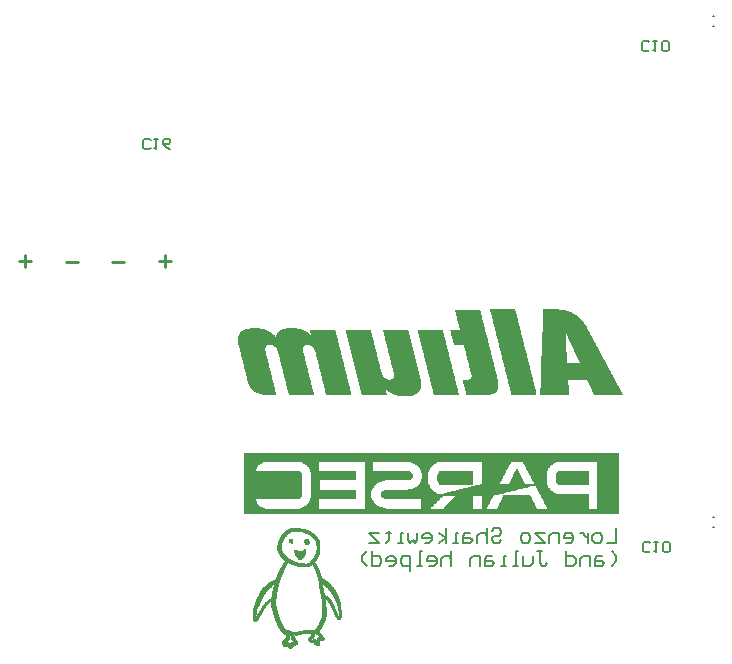
<source format=gbo>
G04*
G04 #@! TF.GenerationSoftware,Altium Limited,Altium Designer,21.1.1 (26)*
G04*
G04 Layer_Color=32896*
%FSLAX25Y25*%
%MOIN*%
G70*
G04*
G04 #@! TF.SameCoordinates,E270421F-5236-4404-944A-E4286B30A106*
G04*
G04*
G04 #@! TF.FilePolarity,Positive*
G04*
G01*
G75*
%ADD11C,0.01000*%
%ADD14C,0.00600*%
%ADD16C,0.00100*%
%ADD22C,0.00800*%
D11*
X141791Y141999D02*
X137792D01*
X139791Y143999D02*
Y140000D01*
X95019Y141999D02*
X91020D01*
X93020Y143999D02*
Y140000D01*
X110609Y141700D02*
X106611D01*
X126200D02*
X122201D01*
D14*
X322400Y223575D02*
X322600D01*
X322400Y220425D02*
X322600D01*
X322400Y56575D02*
X322600D01*
X322400Y53425D02*
X322600D01*
X134901Y179800D02*
X134301Y179201D01*
X133101D01*
X132501Y179800D01*
Y182200D01*
X133101Y182799D01*
X134301D01*
X134901Y182200D01*
X136100Y182799D02*
X137300D01*
X136700D01*
Y179201D01*
X136100Y179800D01*
X141499Y179201D02*
X140299Y179800D01*
X139099Y181000D01*
Y182200D01*
X139699Y182799D01*
X140899D01*
X141499Y182200D01*
Y181600D01*
X140899Y181000D01*
X139099D01*
X301507Y45500D02*
X300907Y44901D01*
X299707D01*
X299108Y45500D01*
Y47900D01*
X299707Y48500D01*
X300907D01*
X301507Y47900D01*
X302706Y48500D02*
X303906D01*
X303306D01*
Y44901D01*
X302706Y45500D01*
X305705D02*
X306305Y44901D01*
X307505D01*
X308105Y45500D01*
Y47900D01*
X307505Y48500D01*
X306305D01*
X305705Y47900D01*
Y45500D01*
X301207Y212501D02*
X300607Y211901D01*
X299408D01*
X298808Y212501D01*
Y214900D01*
X299408Y215499D01*
X300607D01*
X301207Y214900D01*
X302407Y215499D02*
X303606D01*
X303006D01*
Y211901D01*
X302407Y212501D01*
X305405D02*
X306005Y211901D01*
X307205D01*
X307805Y212501D01*
Y214900D01*
X307205Y215499D01*
X306005D01*
X305405Y214900D01*
Y212501D01*
D16*
X182300Y53000D02*
X182900D01*
X181500Y52900D02*
X184800D01*
X181200Y52800D02*
X185500D01*
X180900Y52700D02*
X185900D01*
X180700Y52600D02*
X186300D01*
X180500Y52500D02*
X186600D01*
X180300Y52400D02*
X186800D01*
X180100Y52300D02*
X187100D01*
X180000Y52200D02*
X187300D01*
X179800Y52100D02*
X187500D01*
X183100Y52000D02*
X187700D01*
X179700D02*
X182500D01*
X185100Y51900D02*
X187900D01*
X179600D02*
X181800D01*
X185600Y51800D02*
X188100D01*
X179500D02*
X181500D01*
X186000Y51700D02*
X188300D01*
X179400D02*
X181300D01*
X186200Y51600D02*
X188500D01*
X179300D02*
X181100D01*
X186500Y51500D02*
X188700D01*
X179300D02*
X180900D01*
X186700Y51400D02*
X188900D01*
X179200D02*
X180800D01*
X186900Y51300D02*
X189000D01*
X179100D02*
X180600D01*
X187100Y51200D02*
X189100D01*
X179000D02*
X180500D01*
X187300Y51100D02*
X189200D01*
X178900D02*
X180400D01*
X187500Y51000D02*
X189300D01*
X178800D02*
X180300D01*
X187700Y50900D02*
X189400D01*
X178800D02*
X180200D01*
X187900Y50800D02*
X189500D01*
X178700D02*
X180100D01*
X188100Y50700D02*
X189600D01*
X178600D02*
X180000D01*
X188300Y50600D02*
X189700D01*
X178500D02*
X179900D01*
X188400Y50500D02*
X189800D01*
X178500D02*
X179900D01*
X188500Y50400D02*
X189900D01*
X178400D02*
X179800D01*
X188700Y50300D02*
X190000D01*
X178300D02*
X179700D01*
X188700Y50200D02*
X190100D01*
X178300D02*
X179600D01*
X188800Y50100D02*
X190200D01*
X178200D02*
X179500D01*
X188900Y50000D02*
X190300D01*
X178200D02*
X179500D01*
X189000Y49900D02*
X190300D01*
X178100D02*
X179400D01*
X189100Y49800D02*
X190400D01*
X178100D02*
X179300D01*
X189200Y49700D02*
X190500D01*
X178000D02*
X179300D01*
X189300Y49600D02*
X190500D01*
X178000D02*
X179200D01*
X189400Y49500D02*
X190600D01*
X177900D02*
X179200D01*
X189500Y49400D02*
X190700D01*
X186600D02*
X187100D01*
X181200D02*
X181800D01*
X177900D02*
X179100D01*
X189600Y49300D02*
X190700D01*
X186500D02*
X187200D01*
X181100D02*
X181900D01*
X177800D02*
X179100D01*
X189700Y49200D02*
X190800D01*
X186400D02*
X187300D01*
X181000D02*
X182000D01*
X177800D02*
X179000D01*
X189700Y49100D02*
X190800D01*
X186300D02*
X187400D01*
X181000D02*
X182100D01*
X177700D02*
X179000D01*
X189800Y49000D02*
X190900D01*
X186300D02*
X187400D01*
X181000D02*
X182100D01*
X177700D02*
X178900D01*
X189900Y48900D02*
X190900D01*
X186200D02*
X187500D01*
X181000D02*
X182200D01*
X177700D02*
X178900D01*
X189900Y48800D02*
X190900D01*
X186200D02*
X187600D01*
X181000D02*
X182200D01*
X177600D02*
X178800D01*
X189900Y48700D02*
X191000D01*
X186200D02*
X187600D01*
X181100D02*
X182200D01*
X177600D02*
X178800D01*
X190000Y48600D02*
X191000D01*
X186100D02*
X187600D01*
X181100D02*
X182200D01*
X177500D02*
X178700D01*
X190000Y48500D02*
X191000D01*
X186100D02*
X187700D01*
X181200D02*
X182200D01*
X177500D02*
X178700D01*
X190100Y48400D02*
X191100D01*
X186200D02*
X187700D01*
X181300D02*
X182200D01*
X177500D02*
X178700D01*
X190100Y48300D02*
X191100D01*
X186200D02*
X187700D01*
X181400D02*
X182200D01*
X177400D02*
X178600D01*
X190100Y48200D02*
X191100D01*
X186200D02*
X187700D01*
X181400D02*
X182100D01*
X177400D02*
X178600D01*
X190100Y48100D02*
X191100D01*
X186300D02*
X187700D01*
X181600D02*
X182000D01*
X177400D02*
X178500D01*
X190200Y48000D02*
X191100D01*
X186300D02*
X187700D01*
X177300D02*
X178500D01*
X190200Y47900D02*
X191200D01*
X186400D02*
X187600D01*
X177300D02*
X178500D01*
X190200Y47800D02*
X191200D01*
X186500D02*
X187500D01*
X177300D02*
X178500D01*
X190200Y47700D02*
X191200D01*
X186600D02*
X187400D01*
X177300D02*
X178400D01*
X190200Y47600D02*
X191200D01*
X186900D02*
X187100D01*
X177300D02*
X178400D01*
X190200Y47500D02*
X191200D01*
X177300D02*
X178400D01*
X190300Y47400D02*
X191200D01*
X177200D02*
X178400D01*
X190300Y47300D02*
X191200D01*
X177200D02*
X178400D01*
X190300Y47200D02*
X191200D01*
X177200D02*
X178300D01*
X190300Y47100D02*
X191200D01*
X177200D02*
X178300D01*
X190300Y47000D02*
X191200D01*
X177200D02*
X178300D01*
X190300Y46900D02*
X191200D01*
X177200D02*
X178300D01*
X190300Y46800D02*
X191200D01*
X177200D02*
X178300D01*
X190300Y46700D02*
X191200D01*
X177200D02*
X178300D01*
X190300Y46600D02*
X191200D01*
X177200D02*
X178300D01*
X190300Y46500D02*
X191200D01*
X177200D02*
X178300D01*
X190300Y46400D02*
X191200D01*
X177200D02*
X178300D01*
X190300Y46300D02*
X191200D01*
X177200D02*
X178300D01*
X190300Y46200D02*
X191200D01*
X177200D02*
X178300D01*
X190300Y46100D02*
X191200D01*
X177200D02*
X178300D01*
X190300Y46000D02*
X191200D01*
X186000D02*
X186300D01*
X177200D02*
X178300D01*
X190300Y45900D02*
X191200D01*
X185900D02*
X186400D01*
X177200D02*
X178300D01*
X190300Y45800D02*
X191200D01*
X185900D02*
X186500D01*
X182900D02*
X183600D01*
X177200D02*
X178400D01*
X190300Y45700D02*
X191200D01*
X185800D02*
X186500D01*
X182900D02*
X183700D01*
X177200D02*
X178400D01*
X190200Y45600D02*
X191200D01*
X185700D02*
X186500D01*
X182800D02*
X183800D01*
X177200D02*
X178400D01*
X190200Y45500D02*
X191200D01*
X185500D02*
X186500D01*
X182800D02*
X183900D01*
X177300D02*
X178500D01*
X190200Y45400D02*
X191200D01*
X185300D02*
X186500D01*
X182700D02*
X184400D01*
X177300D02*
X178500D01*
X190200Y45300D02*
X191200D01*
X182700D02*
X186500D01*
X177300D02*
X178600D01*
X190200Y45200D02*
X191100D01*
X182700D02*
X186500D01*
X177400D02*
X178600D01*
X190100Y45100D02*
X191100D01*
X182800D02*
X186500D01*
X177400D02*
X178700D01*
X190100Y45000D02*
X191100D01*
X182800D02*
X186500D01*
X177500D02*
X178800D01*
X190100Y44900D02*
X191100D01*
X182800D02*
X186500D01*
X177500D02*
X178800D01*
X190100Y44800D02*
X191000D01*
X182900D02*
X186400D01*
X177600D02*
X178900D01*
X190000Y44700D02*
X191000D01*
X182900D02*
X186400D01*
X177600D02*
X179000D01*
X190000Y44600D02*
X191000D01*
X182900D02*
X186400D01*
X177700D02*
X179100D01*
X189900Y44500D02*
X190900D01*
X183000D02*
X186300D01*
X177700D02*
X179100D01*
X189900Y44400D02*
X190900D01*
X185100D02*
X186300D01*
X183000D02*
X184100D01*
X177800D02*
X179200D01*
X189900Y44300D02*
X190900D01*
X185100D02*
X186300D01*
X183100D02*
X184100D01*
X177900D02*
X179300D01*
X189800Y44200D02*
X190800D01*
X185000D02*
X186200D01*
X183100D02*
X184200D01*
X177900D02*
X179400D01*
X189800Y44100D02*
X190800D01*
X184900D02*
X186100D01*
X183200D02*
X184300D01*
X178000D02*
X179500D01*
X189700Y44000D02*
X190800D01*
X184900D02*
X186100D01*
X183200D02*
X184400D01*
X178100D02*
X179500D01*
X189700Y43900D02*
X190700D01*
X184800D02*
X186000D01*
X183300D02*
X184400D01*
X178200D02*
X179600D01*
X189600Y43800D02*
X190700D01*
X184800D02*
X185900D01*
X183400D02*
X184500D01*
X178200D02*
X179700D01*
X189600Y43700D02*
X190600D01*
X184700D02*
X185800D01*
X183400D02*
X184600D01*
X178300D02*
X179800D01*
X189500Y43600D02*
X190600D01*
X183500D02*
X185800D01*
X178400D02*
X179900D01*
X189400Y43500D02*
X190500D01*
X183600D02*
X185700D01*
X178500D02*
X180000D01*
X189400Y43400D02*
X190500D01*
X183700D02*
X185600D01*
X178600D02*
X180100D01*
X189300Y43300D02*
X190400D01*
X183700D02*
X185600D01*
X178600D02*
X180200D01*
X189300Y43200D02*
X190400D01*
X183800D02*
X185500D01*
X178700D02*
X180400D01*
X189200Y43100D02*
X190300D01*
X183900D02*
X185400D01*
X178800D02*
X180500D01*
X189200Y43000D02*
X190300D01*
X184000D02*
X185400D01*
X178900D02*
X180600D01*
X189100Y42900D02*
X190200D01*
X184000D02*
X185300D01*
X179000D02*
X180800D01*
X189000Y42800D02*
X190100D01*
X184200D02*
X185200D01*
X179100D02*
X181000D01*
X188900Y42700D02*
X190100D01*
X184300D02*
X185100D01*
X179200D02*
X181100D01*
X188800Y42600D02*
X190000D01*
X184500D02*
X184800D01*
X179300D02*
X181300D01*
X188800Y42500D02*
X190000D01*
X179400D02*
X181400D01*
X188700Y42400D02*
X189900D01*
X179600D02*
X181600D01*
X188600Y42300D02*
X189800D01*
X179700D02*
X181800D01*
X188500Y42200D02*
X189700D01*
X179900D02*
X181900D01*
X188400Y42100D02*
X189600D01*
X180000D02*
X182100D01*
X188300Y42000D02*
X189600D01*
X179900D02*
X182300D01*
X188200Y41900D02*
X189500D01*
X179800D02*
X182600D01*
X188100Y41800D02*
X189400D01*
X179600D02*
X182900D01*
X188000Y41700D02*
X189300D01*
X179500D02*
X183300D01*
X187900Y41600D02*
X189200D01*
X180800D02*
X183700D01*
X179500D02*
X180600D01*
X187700Y41500D02*
X189300D01*
X181000D02*
X184200D01*
X179400D02*
X180500D01*
X187500Y41400D02*
X189500D01*
X181200D02*
X184800D01*
X179300D02*
X180400D01*
X187300Y41300D02*
X189600D01*
X181300D02*
X185500D01*
X179200D02*
X180300D01*
X187000Y41200D02*
X189700D01*
X181500D02*
X186100D01*
X179200D02*
X180200D01*
X181700Y41100D02*
X189800D01*
X179100D02*
X180100D01*
X188800Y41000D02*
X189800D01*
X182000D02*
X188600D01*
X179000D02*
X180100D01*
X188800Y40900D02*
X189900D01*
X182200D02*
X188400D01*
X179000D02*
X180000D01*
X189000Y40800D02*
X190000D01*
X182600D02*
X188300D01*
X178900D02*
X179900D01*
X189000Y40700D02*
X190000D01*
X182900D02*
X188100D01*
X178800D02*
X179900D01*
X189100Y40600D02*
X190100D01*
X183300D02*
X187900D01*
X178800D02*
X179800D01*
X189200Y40500D02*
X190100D01*
X183700D02*
X187700D01*
X178700D02*
X179800D01*
X189200Y40400D02*
X190200D01*
X184500D02*
X187300D01*
X178700D02*
X179800D01*
X189300Y40300D02*
X190200D01*
X178600D02*
X179700D01*
X189300Y40200D02*
X190300D01*
X178600D02*
X179700D01*
X189400Y40100D02*
X190300D01*
X178500D02*
X179600D01*
X189400Y40000D02*
X190400D01*
X178400D02*
X179600D01*
X189500Y39900D02*
X190400D01*
X178400D02*
X179500D01*
X189500Y39800D02*
X190500D01*
X178300D02*
X179500D01*
X189600Y39700D02*
X190500D01*
X178300D02*
X179400D01*
X189600Y39600D02*
X190600D01*
X178200D02*
X179400D01*
X189600Y39500D02*
X190600D01*
X178200D02*
X179400D01*
X189700Y39400D02*
X190700D01*
X178100D02*
X179300D01*
X189700Y39300D02*
X190700D01*
X178100D02*
X179300D01*
X189800Y39200D02*
X190800D01*
X178000D02*
X179200D01*
X189800Y39100D02*
X190800D01*
X177900D02*
X179200D01*
X189900Y39000D02*
X190800D01*
X177900D02*
X179100D01*
X189900Y38900D02*
X190900D01*
X177800D02*
X179100D01*
X189900Y38800D02*
X190900D01*
X177800D02*
X179000D01*
X190000Y38700D02*
X191000D01*
X177700D02*
X179000D01*
X190000Y38600D02*
X191000D01*
X177700D02*
X178900D01*
X190100Y38500D02*
X191000D01*
X177600D02*
X178900D01*
X190100Y38400D02*
X191100D01*
X177600D02*
X178900D01*
X190100Y38300D02*
X191100D01*
X177500D02*
X178800D01*
X190200Y38200D02*
X191100D01*
X177500D02*
X178800D01*
X190200Y38100D02*
X191200D01*
X177400D02*
X178700D01*
X190200Y38000D02*
X191200D01*
X177400D02*
X178700D01*
X190300Y37900D02*
X191300D01*
X177300D02*
X178600D01*
X190300Y37800D02*
X191300D01*
X177300D02*
X178600D01*
X190300Y37700D02*
X191300D01*
X177200D02*
X178500D01*
X190400Y37600D02*
X191400D01*
X177200D02*
X178500D01*
X190400Y37500D02*
X191400D01*
X177200D02*
X178500D01*
X190400Y37400D02*
X191400D01*
X177100D02*
X178400D01*
X190500Y37300D02*
X191500D01*
X177100D02*
X178400D01*
X190500Y37200D02*
X191500D01*
X177000D02*
X178300D01*
X190500Y37100D02*
X191500D01*
X177000D02*
X178300D01*
X190600Y37000D02*
X191600D01*
X177000D02*
X178300D01*
X190600Y36900D02*
X191600D01*
X176900D02*
X178200D01*
X190600Y36800D02*
X191600D01*
X176900D02*
X178200D01*
X190600Y36700D02*
X191600D01*
X176800D02*
X178100D01*
X190700Y36600D02*
X191700D01*
X176800D02*
X178100D01*
X190700Y36500D02*
X191700D01*
X176800D02*
X178100D01*
X190700Y36400D02*
X191700D01*
X176700D02*
X178000D01*
X190800Y36300D02*
X191900D01*
X176700D02*
X178000D01*
X190800Y36200D02*
X192100D01*
X176700D02*
X178000D01*
X190800Y36100D02*
X192200D01*
X176600D02*
X177900D01*
X190800Y36000D02*
X192400D01*
X176500D02*
X177900D01*
X190800Y35900D02*
X192600D01*
X176300D02*
X177900D01*
X190800Y35800D02*
X192800D01*
X176100D02*
X177800D01*
X190800Y35700D02*
X193000D01*
X176000D02*
X177800D01*
X190900Y35600D02*
X193100D01*
X175700D02*
X177800D01*
X190900Y35500D02*
X193300D01*
X175500D02*
X177700D01*
X190900Y35400D02*
X193400D01*
X175200D02*
X177700D01*
X190900Y35300D02*
X193600D01*
X175100D02*
X177700D01*
X190900Y35200D02*
X193700D01*
X174900D02*
X177600D01*
X190900Y35100D02*
X193800D01*
X174700D02*
X177600D01*
X190900Y35000D02*
X193900D01*
X174600D02*
X177600D01*
X191000Y34900D02*
X194000D01*
X174500D02*
X177600D01*
X191000Y34800D02*
X194100D01*
X174300D02*
X177500D01*
X192100Y34700D02*
X194200D01*
X191000D02*
X192000D01*
X176200D02*
X177500D01*
X174200D02*
X176000D01*
X192200Y34600D02*
X194300D01*
X191000D02*
X192000D01*
X176200D02*
X177500D01*
X174100D02*
X175900D01*
X192300Y34500D02*
X194400D01*
X191000D02*
X192000D01*
X176100D02*
X177400D01*
X174000D02*
X175800D01*
X192400Y34400D02*
X194500D01*
X191000D02*
X192000D01*
X176100D02*
X177400D01*
X173900D02*
X175700D01*
X192600Y34300D02*
X194600D01*
X191000D02*
X192000D01*
X176100D02*
X177400D01*
X173900D02*
X175600D01*
X192700Y34200D02*
X194700D01*
X191100D02*
X192100D01*
X176100D02*
X177400D01*
X173800D02*
X175500D01*
X192800Y34100D02*
X194700D01*
X191100D02*
X192100D01*
X176000D02*
X177300D01*
X173700D02*
X175400D01*
X193000Y34000D02*
X194800D01*
X191100D02*
X192100D01*
X176000D02*
X177300D01*
X173500D02*
X175300D01*
X193100Y33900D02*
X194900D01*
X191100D02*
X192100D01*
X176000D02*
X177300D01*
X173400D02*
X175200D01*
X193200Y33800D02*
X195000D01*
X191100D02*
X192100D01*
X176000D02*
X177300D01*
X173200D02*
X175100D01*
X193300Y33700D02*
X195100D01*
X191100D02*
X192100D01*
X175900D02*
X177200D01*
X173100D02*
X175100D01*
X193400Y33600D02*
X195200D01*
X191100D02*
X192200D01*
X175900D02*
X177200D01*
X173000D02*
X175000D01*
X193500Y33500D02*
X195300D01*
X191200D02*
X192200D01*
X175900D02*
X177200D01*
X172800D02*
X174900D01*
X193600Y33400D02*
X195400D01*
X191200D02*
X192200D01*
X175900D02*
X177200D01*
X172700D02*
X174800D01*
X193700Y33300D02*
X195500D01*
X191200D02*
X192200D01*
X175800D02*
X177100D01*
X172600D02*
X174700D01*
X193800Y33200D02*
X195600D01*
X191200D02*
X192200D01*
X175800D02*
X177100D01*
X172500D02*
X174600D01*
X193900Y33100D02*
X195700D01*
X191200D02*
X192300D01*
X175800D02*
X177100D01*
X172400D02*
X174500D01*
X194000Y33000D02*
X195800D01*
X191200D02*
X192300D01*
X175800D02*
X177100D01*
X172300D02*
X174400D01*
X194100Y32900D02*
X195800D01*
X191300D02*
X192300D01*
X175700D02*
X177100D01*
X172200D02*
X174300D01*
X194200Y32800D02*
X195900D01*
X191300D02*
X192300D01*
X175700D02*
X177000D01*
X172200D02*
X174200D01*
X194300Y32700D02*
X196000D01*
X191300D02*
X192300D01*
X175700D02*
X177000D01*
X172100D02*
X174100D01*
X194400Y32600D02*
X196000D01*
X191300D02*
X192300D01*
X175700D02*
X177000D01*
X172000D02*
X173900D01*
X194500Y32500D02*
X196100D01*
X191300D02*
X192400D01*
X175700D02*
X177000D01*
X171900D02*
X173800D01*
X194500Y32400D02*
X196200D01*
X191300D02*
X192400D01*
X175600D02*
X176900D01*
X171900D02*
X173700D01*
X194600Y32300D02*
X196200D01*
X191400D02*
X192400D01*
X175600D02*
X176900D01*
X171800D02*
X173700D01*
X194700Y32200D02*
X196300D01*
X191400D02*
X192400D01*
X175600D02*
X176900D01*
X171700D02*
X173600D01*
X194800Y32100D02*
X196400D01*
X191400D02*
X192400D01*
X175600D02*
X176900D01*
X171700D02*
X173500D01*
X194800Y32000D02*
X196400D01*
X191400D02*
X192500D01*
X175600D02*
X176900D01*
X171600D02*
X173400D01*
X194900Y31900D02*
X196500D01*
X191400D02*
X192500D01*
X175500D02*
X176900D01*
X171500D02*
X173300D01*
X195000Y31800D02*
X196500D01*
X191400D02*
X192500D01*
X175500D02*
X176800D01*
X171400D02*
X173200D01*
X195100Y31700D02*
X196600D01*
X191500D02*
X192500D01*
X175500D02*
X176800D01*
X171400D02*
X173100D01*
X195200Y31600D02*
X196600D01*
X191500D02*
X192500D01*
X175500D02*
X176800D01*
X171300D02*
X173000D01*
X195200Y31500D02*
X196700D01*
X191500D02*
X192500D01*
X175500D02*
X176800D01*
X171300D02*
X172900D01*
X195300Y31400D02*
X196700D01*
X191500D02*
X192600D01*
X175400D02*
X176800D01*
X171200D02*
X172900D01*
X195400Y31300D02*
X196700D01*
X191500D02*
X192600D01*
X175400D02*
X176700D01*
X171200D02*
X172800D01*
X195400Y31200D02*
X196800D01*
X191600D02*
X192600D01*
X175400D02*
X176700D01*
X171100D02*
X172700D01*
X195500Y31100D02*
X196800D01*
X191600D02*
X192600D01*
X175400D02*
X176700D01*
X171100D02*
X172600D01*
X195500Y31000D02*
X196900D01*
X191600D02*
X192600D01*
X175400D02*
X176700D01*
X171100D02*
X172500D01*
X195600Y30900D02*
X196900D01*
X191600D02*
X192700D01*
X175300D02*
X176700D01*
X171000D02*
X172500D01*
X195700Y30800D02*
X197000D01*
X191600D02*
X192900D01*
X175300D02*
X176700D01*
X171000D02*
X172400D01*
X195700Y30700D02*
X197000D01*
X191600D02*
X193000D01*
X175300D02*
X176600D01*
X171000D02*
X172400D01*
X195800Y30600D02*
X197100D01*
X191700D02*
X193200D01*
X175300D02*
X176600D01*
X170900D02*
X172300D01*
X195800Y30500D02*
X197100D01*
X191700D02*
X193300D01*
X175300D02*
X176600D01*
X170900D02*
X172300D01*
X195900Y30400D02*
X197200D01*
X191700D02*
X193400D01*
X175300D02*
X176600D01*
X170800D02*
X172200D01*
X196000Y30300D02*
X197200D01*
X191700D02*
X193600D01*
X175300D02*
X176600D01*
X170800D02*
X172100D01*
X196000Y30200D02*
X197300D01*
X191700D02*
X193700D01*
X175300D02*
X176600D01*
X170700D02*
X172000D01*
X196100Y30100D02*
X197300D01*
X191800D02*
X193900D01*
X175300D02*
X176600D01*
X170700D02*
X172000D01*
X196100Y30000D02*
X197400D01*
X191800D02*
X194000D01*
X175200D02*
X176600D01*
X170600D02*
X172000D01*
X196200Y29900D02*
X197400D01*
X191800D02*
X194100D01*
X175200D02*
X176600D01*
X170500D02*
X171900D01*
X196200Y29800D02*
X197400D01*
X191800D02*
X194200D01*
X175200D02*
X176600D01*
X170500D02*
X171900D01*
X196300Y29700D02*
X197500D01*
X193100D02*
X194300D01*
X191800D02*
X192900D01*
X175200D02*
X176500D01*
X170500D02*
X171800D01*
X196300Y29600D02*
X197500D01*
X193200D02*
X194400D01*
X191900D02*
X192900D01*
X175200D02*
X176500D01*
X170400D02*
X171800D01*
X196300Y29500D02*
X197600D01*
X193400D02*
X194400D01*
X191900D02*
X193000D01*
X175200D02*
X176500D01*
X170400D02*
X171700D01*
X196400Y29400D02*
X197600D01*
X193500D02*
X194500D01*
X191900D02*
X193000D01*
X174900D02*
X176500D01*
X170300D02*
X171700D01*
X196400Y29300D02*
X197600D01*
X193600D02*
X194600D01*
X191900D02*
X193000D01*
X174700D02*
X176500D01*
X170300D02*
X171700D01*
X196400Y29200D02*
X197700D01*
X193700D02*
X194700D01*
X191900D02*
X193000D01*
X174400D02*
X176500D01*
X170200D02*
X171600D01*
X196500Y29100D02*
X197700D01*
X193800D02*
X194700D01*
X191900D02*
X193000D01*
X174200D02*
X176500D01*
X170200D02*
X171600D01*
X196500Y29000D02*
X197700D01*
X193900D02*
X194800D01*
X192000D02*
X193000D01*
X174000D02*
X176500D01*
X170100D02*
X171500D01*
X196600Y28900D02*
X197800D01*
X194000D02*
X194900D01*
X192000D02*
X193000D01*
X173900D02*
X176500D01*
X170100D02*
X171500D01*
X196600Y28800D02*
X197800D01*
X194000D02*
X194900D01*
X192000D02*
X193100D01*
X175200D02*
X176500D01*
X173800D02*
X175000D01*
X170000D02*
X171500D01*
X196700Y28700D02*
X197800D01*
X194100D02*
X195000D01*
X192000D02*
X193100D01*
X175200D02*
X176500D01*
X173700D02*
X174700D01*
X170000D02*
X171400D01*
X196700Y28600D02*
X197800D01*
X194200D02*
X195100D01*
X192000D02*
X193100D01*
X175200D02*
X176500D01*
X173600D02*
X174600D01*
X169900D02*
X171400D01*
X196800Y28500D02*
X197800D01*
X194200D02*
X195100D01*
X192000D02*
X193100D01*
X175200D02*
X176500D01*
X173500D02*
X174400D01*
X169900D02*
X171300D01*
X196800Y28400D02*
X197800D01*
X194300D02*
X195200D01*
X192000D02*
X193100D01*
X175200D02*
X176500D01*
X173400D02*
X174300D01*
X169900D02*
X171300D01*
X196900Y28300D02*
X197900D01*
X194400D02*
X195200D01*
X192000D02*
X193100D01*
X175200D02*
X176500D01*
X173300D02*
X174200D01*
X169800D02*
X171200D01*
X196900Y28200D02*
X197900D01*
X194400D02*
X195300D01*
X192000D02*
X193100D01*
X175200D02*
X176500D01*
X173200D02*
X174100D01*
X169800D02*
X171200D01*
X197000Y28100D02*
X197900D01*
X194500D02*
X195300D01*
X192100D02*
X193100D01*
X175200D02*
X176500D01*
X173100D02*
X174000D01*
X169800D02*
X171100D01*
X197000Y28000D02*
X197900D01*
X194500D02*
X195400D01*
X192100D02*
X193200D01*
X175200D02*
X176500D01*
X173100D02*
X173900D01*
X169700D02*
X171100D01*
X197000Y27900D02*
X197900D01*
X194600D02*
X195400D01*
X192100D02*
X193200D01*
X175200D02*
X176500D01*
X173000D02*
X173800D01*
X169700D02*
X171000D01*
X197100Y27800D02*
X198000D01*
X194600D02*
X195500D01*
X192100D02*
X193200D01*
X175200D02*
X176500D01*
X172900D02*
X173800D01*
X169600D02*
X171000D01*
X197100Y27700D02*
X198000D01*
X194700D02*
X195500D01*
X192100D02*
X193200D01*
X175200D02*
X176500D01*
X172800D02*
X173700D01*
X169600D02*
X170900D01*
X197100Y27600D02*
X198000D01*
X194700D02*
X195600D01*
X192100D02*
X193200D01*
X175200D02*
X176500D01*
X172800D02*
X173600D01*
X169600D02*
X170900D01*
X197200Y27500D02*
X198000D01*
X194800D02*
X195600D01*
X192100D02*
X193200D01*
X175200D02*
X176500D01*
X172700D02*
X173500D01*
X169500D02*
X170900D01*
X197200Y27400D02*
X198000D01*
X194800D02*
X195700D01*
X192100D02*
X193200D01*
X175200D02*
X176500D01*
X172600D02*
X173500D01*
X169500D02*
X170800D01*
X197200Y27300D02*
X198100D01*
X194900D02*
X195700D01*
X192100D02*
X193200D01*
X175200D02*
X176500D01*
X172500D02*
X173400D01*
X169500D02*
X170800D01*
X197200Y27200D02*
X198100D01*
X194900D02*
X195800D01*
X192100D02*
X193200D01*
X175200D02*
X176500D01*
X172400D02*
X173300D01*
X169400D02*
X170700D01*
X197300Y27100D02*
X198100D01*
X195000D02*
X195800D01*
X192100D02*
X193200D01*
X175200D02*
X176600D01*
X172300D02*
X173200D01*
X169400D02*
X170700D01*
X197300Y27000D02*
X198100D01*
X195000D02*
X195900D01*
X192100D02*
X193200D01*
X175200D02*
X176600D01*
X172200D02*
X173200D01*
X169400D02*
X170600D01*
X197400Y26900D02*
X198100D01*
X195100D02*
X195900D01*
X192100D02*
X193200D01*
X175200D02*
X176600D01*
X172200D02*
X173100D01*
X169300D02*
X170600D01*
X197400Y26800D02*
X198100D01*
X195100D02*
X196000D01*
X192100D02*
X193200D01*
X175200D02*
X176600D01*
X172100D02*
X173000D01*
X169300D02*
X170500D01*
X197400Y26700D02*
X198200D01*
X195200D02*
X196000D01*
X192100D02*
X193300D01*
X175300D02*
X176600D01*
X172000D02*
X172900D01*
X169300D02*
X170500D01*
X197500Y26600D02*
X198200D01*
X195200D02*
X196100D01*
X192100D02*
X193300D01*
X175300D02*
X176600D01*
X172000D02*
X172800D01*
X169300D02*
X170400D01*
X197500Y26500D02*
X198200D01*
X195300D02*
X196100D01*
X192200D02*
X193300D01*
X175300D02*
X176700D01*
X171900D02*
X172700D01*
X169200D02*
X170300D01*
X197500Y26400D02*
X198200D01*
X195300D02*
X196200D01*
X192200D02*
X193300D01*
X175300D02*
X176700D01*
X171900D02*
X172700D01*
X169200D02*
X170300D01*
X197500Y26300D02*
X198200D01*
X195400D02*
X196200D01*
X192200D02*
X193300D01*
X175300D02*
X176700D01*
X171800D02*
X172600D01*
X169100D02*
X170300D01*
X197500Y26200D02*
X198200D01*
X195400D02*
X196200D01*
X192200D02*
X193300D01*
X175400D02*
X176800D01*
X171800D02*
X172600D01*
X169100D02*
X170200D01*
X197500Y26100D02*
X198200D01*
X195500D02*
X196300D01*
X192200D02*
X193300D01*
X175400D02*
X176800D01*
X171700D02*
X172500D01*
X169100D02*
X170200D01*
X197500Y26000D02*
X198200D01*
X195500D02*
X196300D01*
X192200D02*
X193300D01*
X175400D02*
X176800D01*
X171700D02*
X172500D01*
X169100D02*
X170200D01*
X197500Y25900D02*
X198200D01*
X195600D02*
X196400D01*
X192200D02*
X193300D01*
X175400D02*
X176800D01*
X171600D02*
X172400D01*
X169100D02*
X170200D01*
X197500Y25800D02*
X198200D01*
X195600D02*
X196400D01*
X192200D02*
X193300D01*
X175500D02*
X176900D01*
X171500D02*
X172400D01*
X169100D02*
X170200D01*
X197500Y25700D02*
X198300D01*
X195600D02*
X196500D01*
X192200D02*
X193300D01*
X175500D02*
X176900D01*
X171500D02*
X172300D01*
X169100D02*
X170100D01*
X197500Y25600D02*
X198300D01*
X195700D02*
X196500D01*
X192200D02*
X193300D01*
X175500D02*
X176900D01*
X171400D02*
X172300D01*
X169000D02*
X170100D01*
X197600Y25500D02*
X198300D01*
X195700D02*
X196500D01*
X192200D02*
X193300D01*
X175600D02*
X176900D01*
X171300D02*
X172200D01*
X169000D02*
X170100D01*
X197600Y25400D02*
X198300D01*
X195800D02*
X196600D01*
X192200D02*
X193300D01*
X175600D02*
X177000D01*
X171300D02*
X172200D01*
X169000D02*
X170100D01*
X197600Y25300D02*
X198300D01*
X195800D02*
X196600D01*
X192200D02*
X193300D01*
X175600D02*
X177000D01*
X171200D02*
X172100D01*
X169000D02*
X170100D01*
X197600Y25200D02*
X198300D01*
X195800D02*
X196700D01*
X192200D02*
X193400D01*
X175600D02*
X177000D01*
X171200D02*
X172100D01*
X169000D02*
X170000D01*
X197600Y25100D02*
X198300D01*
X195900D02*
X196700D01*
X192200D02*
X193400D01*
X175700D02*
X177100D01*
X171100D02*
X172000D01*
X169000D02*
X170000D01*
X197600Y25000D02*
X198300D01*
X195900D02*
X196700D01*
X192200D02*
X193400D01*
X175700D02*
X177100D01*
X171000D02*
X171900D01*
X168900D02*
X170000D01*
X197600Y24900D02*
X198300D01*
X196000D02*
X196800D01*
X192200D02*
X193400D01*
X175700D02*
X177100D01*
X171000D02*
X171900D01*
X168900D02*
X170000D01*
X197600Y24800D02*
X198300D01*
X196000D02*
X196800D01*
X192200D02*
X193400D01*
X175800D02*
X177100D01*
X170900D02*
X171800D01*
X168900D02*
X170000D01*
X197600Y24700D02*
X198300D01*
X196100D02*
X196900D01*
X192200D02*
X193300D01*
X175800D02*
X177200D01*
X170800D02*
X171800D01*
X168900D02*
X169900D01*
X197600Y24600D02*
X198300D01*
X196100D02*
X196900D01*
X192200D02*
X193300D01*
X175800D02*
X177200D01*
X170800D02*
X171700D01*
X168900D02*
X169900D01*
X197600Y24500D02*
X198300D01*
X196100D02*
X196900D01*
X192200D02*
X193300D01*
X175800D02*
X177200D01*
X170700D02*
X171600D01*
X168900D02*
X169900D01*
X197600Y24400D02*
X198300D01*
X196200D02*
X197000D01*
X192200D02*
X193300D01*
X175900D02*
X177300D01*
X170600D02*
X171600D01*
X168900D02*
X169900D01*
X197600Y24300D02*
X198300D01*
X196200D02*
X197000D01*
X192200D02*
X193300D01*
X175900D02*
X177300D01*
X170600D02*
X171500D01*
X168900D02*
X169900D01*
X197600Y24200D02*
X198300D01*
X196300D02*
X197100D01*
X192200D02*
X193300D01*
X175900D02*
X177300D01*
X170500D02*
X171400D01*
X168900D02*
X169800D01*
X197600Y24100D02*
X198300D01*
X196300D02*
X197100D01*
X192200D02*
X193300D01*
X176000D02*
X177400D01*
X170400D02*
X171400D01*
X168900D02*
X169800D01*
X197600Y24000D02*
X198300D01*
X196400D02*
X197200D01*
X192100D02*
X193300D01*
X176000D02*
X177400D01*
X170400D02*
X171300D01*
X168900D02*
X169800D01*
X197600Y23900D02*
X198300D01*
X196400D02*
X197200D01*
X192100D02*
X193300D01*
X176000D02*
X177400D01*
X170300D02*
X171200D01*
X168900D02*
X169700D01*
X197600Y23800D02*
X198300D01*
X196500D02*
X197300D01*
X192100D02*
X193300D01*
X176100D02*
X177400D01*
X170200D02*
X171200D01*
X168900D02*
X169700D01*
X197600Y23700D02*
X198300D01*
X196500D02*
X197300D01*
X192100D02*
X193200D01*
X176100D02*
X177500D01*
X170200D02*
X171100D01*
X168900D02*
X169700D01*
X197600Y23600D02*
X198300D01*
X196600D02*
X197400D01*
X192000D02*
X193200D01*
X176100D02*
X177500D01*
X170100D02*
X171000D01*
X168900D02*
X169600D01*
X197600Y23500D02*
X198300D01*
X196600D02*
X197400D01*
X192000D02*
X193200D01*
X176100D02*
X177500D01*
X170100D02*
X171000D01*
X168900D02*
X169600D01*
X197600Y23400D02*
X198300D01*
X196700D02*
X197500D01*
X192000D02*
X193200D01*
X176200D02*
X177600D01*
X170000D02*
X170900D01*
X168900D02*
X169600D01*
X196700Y23300D02*
X198300D01*
X192000D02*
X193200D01*
X176200D02*
X177600D01*
X170000D02*
X170900D01*
X168900D02*
X169600D01*
X196800Y23200D02*
X198200D01*
X191900D02*
X193100D01*
X176200D02*
X177600D01*
X169900D02*
X170800D01*
X168900D02*
X169600D01*
X196900Y23100D02*
X198200D01*
X191900D02*
X193100D01*
X176300D02*
X177700D01*
X169800D02*
X170800D01*
X168900D02*
X169700D01*
X196900Y23000D02*
X198200D01*
X191800D02*
X193100D01*
X176300D02*
X177700D01*
X169800D02*
X170700D01*
X168900D02*
X169700D01*
X197000Y22900D02*
X198100D01*
X191800D02*
X193000D01*
X176300D02*
X177700D01*
X168900D02*
X170600D01*
X197100Y22800D02*
X198100D01*
X191800D02*
X193000D01*
X176400D02*
X177800D01*
X168900D02*
X170600D01*
X197300Y22700D02*
X197900D01*
X191700D02*
X193000D01*
X176400D02*
X177800D01*
X168900D02*
X170500D01*
X191700Y22600D02*
X192900D01*
X176400D02*
X177800D01*
X169000D02*
X170500D01*
X191600Y22500D02*
X192900D01*
X176500D02*
X177900D01*
X169100D02*
X170400D01*
X191600Y22400D02*
X192900D01*
X176500D02*
X177900D01*
X169200D02*
X170300D01*
X191600Y22300D02*
X192800D01*
X176500D02*
X177900D01*
X169300D02*
X170300D01*
X191500Y22200D02*
X192800D01*
X176600D02*
X178000D01*
X169300D02*
X170200D01*
X191500Y22100D02*
X192700D01*
X176600D02*
X178000D01*
X169500D02*
X170100D01*
X191400Y22000D02*
X192700D01*
X176700D02*
X178100D01*
X191400Y21900D02*
X192700D01*
X176700D02*
X178100D01*
X191300Y21800D02*
X192600D01*
X176700D02*
X178200D01*
X191300Y21700D02*
X192600D01*
X176800D02*
X178200D01*
X191200Y21600D02*
X192500D01*
X176800D02*
X178300D01*
X191200Y21500D02*
X192500D01*
X176900D02*
X178300D01*
X191100Y21400D02*
X192400D01*
X176900D02*
X178400D01*
X191100Y21300D02*
X192400D01*
X177000D02*
X178400D01*
X191000Y21200D02*
X192400D01*
X177000D02*
X178500D01*
X191000Y21100D02*
X192300D01*
X177100D02*
X178500D01*
X190900Y21000D02*
X192300D01*
X177100D02*
X178600D01*
X190900Y20900D02*
X192200D01*
X177200D02*
X178600D01*
X190800Y20800D02*
X192200D01*
X177200D02*
X178700D01*
X190700Y20700D02*
X192100D01*
X177300D02*
X178700D01*
X190700Y20600D02*
X192100D01*
X177300D02*
X178800D01*
X190600Y20500D02*
X192000D01*
X177300D02*
X178800D01*
X190600Y20400D02*
X191900D01*
X177400D02*
X178900D01*
X190500Y20300D02*
X191900D01*
X177400D02*
X178900D01*
X190500Y20200D02*
X191800D01*
X177500D02*
X179000D01*
X190400Y20100D02*
X191800D01*
X177500D02*
X179000D01*
X190400Y20000D02*
X191700D01*
X177600D02*
X179100D01*
X190300Y19900D02*
X191700D01*
X177600D02*
X179100D01*
X190200Y19800D02*
X191600D01*
X177700D02*
X179200D01*
X190100Y19700D02*
X191600D01*
X177700D02*
X179300D01*
X190000Y19600D02*
X191500D01*
X177800D02*
X179300D01*
X189900Y19500D02*
X191500D01*
X177900D02*
X179400D01*
X189900Y19400D02*
X191400D01*
X177900D02*
X179500D01*
X189700Y19300D02*
X191400D01*
X178000D02*
X179600D01*
X189600Y19200D02*
X191300D01*
X178000D02*
X179600D01*
X189500Y19100D02*
X191200D01*
X178100D02*
X179700D01*
X189300Y19000D02*
X191100D01*
X186300D02*
X187700D01*
X178200D02*
X179800D01*
X185600Y18900D02*
X191100D01*
X180200D02*
X180900D01*
X178200D02*
X179900D01*
X185100Y18800D02*
X191000D01*
X178300D02*
X181100D01*
X184600Y18700D02*
X190900D01*
X178400D02*
X181300D01*
X184000Y18600D02*
X190800D01*
X178500D02*
X181600D01*
X183800Y18500D02*
X190700D01*
X178600D02*
X182100D01*
X178600Y18400D02*
X190700D01*
X189400Y18300D02*
X190900D01*
X178700D02*
X189300D01*
X189400Y18200D02*
X191000D01*
X178800D02*
X189200D01*
X189400Y18100D02*
X191200D01*
X188200D02*
X189200D01*
X178900D02*
X187700D01*
X189700Y18000D02*
X191400D01*
X188200D02*
X189300D01*
X179000D02*
X186100D01*
X190000Y17900D02*
X191500D01*
X188300D02*
X189400D01*
X179200D02*
X185600D01*
X190200Y17800D02*
X191600D01*
X188400D02*
X189400D01*
X179300D02*
X185200D01*
X190300Y17700D02*
X191700D01*
X188400D02*
X189400D01*
X181200D02*
X184400D01*
X179500D02*
X181100D01*
X190400Y17600D02*
X191800D01*
X188500D02*
X189500D01*
X181500D02*
X184200D01*
X179900D02*
X181100D01*
X190600Y17500D02*
X191800D01*
X188600D02*
X189500D01*
X182900D02*
X183600D01*
X181500D02*
X182300D01*
X180000D02*
X181100D01*
X190700Y17400D02*
X191900D01*
X188500D02*
X189500D01*
X181600D02*
X182400D01*
X180000D02*
X181100D01*
X190900Y17300D02*
X192000D01*
X188400D02*
X189500D01*
X181600D02*
X182400D01*
X180000D02*
X181100D01*
X191000Y17200D02*
X192100D01*
X188300D02*
X189400D01*
X181700D02*
X182500D01*
X180000D02*
X181100D01*
X191100Y17100D02*
X192100D01*
X188300D02*
X189400D01*
X181700D02*
X182500D01*
X180000D02*
X181100D01*
X191200Y17000D02*
X192200D01*
X188100D02*
X189400D01*
X181700D02*
X182500D01*
X180000D02*
X181000D01*
X191300Y16900D02*
X192200D01*
X188000D02*
X189300D01*
X181700D02*
X182600D01*
X180000D02*
X181000D01*
X191300Y16800D02*
X192300D01*
X187900D02*
X189200D01*
X181700D02*
X182600D01*
X180000D02*
X181000D01*
X191400Y16700D02*
X192400D01*
X187800D02*
X189200D01*
X181800D02*
X182600D01*
X180000D02*
X181000D01*
X191500Y16600D02*
X192400D01*
X190700D02*
X191100D01*
X187700D02*
X189100D01*
X181800D02*
X182600D01*
X180000D02*
X181000D01*
X191500Y16500D02*
X192500D01*
X190600D02*
X191400D01*
X187700D02*
X189000D01*
X181800D02*
X182600D01*
X180000D02*
X181000D01*
X190400Y16400D02*
X192500D01*
X187600D02*
X188900D01*
X181800D02*
X182700D01*
X179900D02*
X181000D01*
X190400Y16300D02*
X192600D01*
X187600D02*
X188700D01*
X181800D02*
X182700D01*
X179800D02*
X181000D01*
X190400Y16200D02*
X192600D01*
X187500D02*
X188600D01*
X181800D02*
X182900D01*
X179700D02*
X180900D01*
X190400Y16100D02*
X192600D01*
X189200D02*
X189600D01*
X187500D02*
X188500D01*
X181800D02*
X183000D01*
X179600D02*
X180900D01*
X190400Y16000D02*
X192600D01*
X189100D02*
X189800D01*
X187500D02*
X188400D01*
X181900D02*
X183100D01*
X179500D02*
X180900D01*
X190400Y15900D02*
X192600D01*
X189000D02*
X189800D01*
X187500D02*
X188500D01*
X181900D02*
X183200D01*
X179300D02*
X180800D01*
X190400Y15800D02*
X192500D01*
X189000D02*
X189900D01*
X187500D02*
X188600D01*
X182000D02*
X183300D01*
X179200D02*
X180700D01*
X190400Y15700D02*
X192400D01*
X187600D02*
X189900D01*
X182000D02*
X183400D01*
X179100D02*
X180700D01*
X190400Y15600D02*
X192300D01*
X187600D02*
X189900D01*
X182200D02*
X183400D01*
X179000D02*
X180600D01*
X190400Y15500D02*
X191200D01*
X187600D02*
X189900D01*
X182400D02*
X183500D01*
X179000D02*
X180500D01*
X190400Y15400D02*
X191200D01*
X187700D02*
X190000D01*
X182500D02*
X183500D01*
X178900D02*
X180400D01*
X190400Y15300D02*
X191200D01*
X187800D02*
X190000D01*
X182600D02*
X183600D01*
X178800D02*
X180300D01*
X190400Y15200D02*
X191200D01*
X187900D02*
X190000D01*
X182600D02*
X183600D01*
X178800D02*
X180100D01*
X190400Y15100D02*
X191200D01*
X188100D02*
X190100D01*
X182700D02*
X183700D01*
X181900D02*
X182600D01*
X178800D02*
X180000D01*
X190400Y15000D02*
X191200D01*
X188400D02*
X190100D01*
X181700D02*
X183700D01*
X178700D02*
X179900D01*
X190400Y14900D02*
X191200D01*
X189300D02*
X190200D01*
X181600D02*
X183700D01*
X180400D02*
X180700D01*
X178700D02*
X179800D01*
X189300Y14800D02*
X191200D01*
X181600D02*
X183700D01*
X180100D02*
X181000D01*
X178700D02*
X179700D01*
X189300Y14700D02*
X191200D01*
X181600D02*
X183700D01*
X179900D02*
X181100D01*
X178700D02*
X179600D01*
X189400Y14600D02*
X191200D01*
X181500D02*
X183700D01*
X179800D02*
X181200D01*
X178700D02*
X179700D01*
X189400Y14500D02*
X191200D01*
X181500D02*
X183700D01*
X178700D02*
X181300D01*
X189500Y14400D02*
X191200D01*
X181500D02*
X183600D01*
X178800D02*
X181300D01*
X189600Y14300D02*
X191200D01*
X181500D02*
X183500D01*
X178800D02*
X181400D01*
X189700Y14200D02*
X191100D01*
X181500D02*
X183300D01*
X178800D02*
X181400D01*
X189900Y14100D02*
X191100D01*
X182600D02*
X183100D01*
X178900D02*
X182400D01*
X190100Y14000D02*
X190900D01*
X179000D02*
X182400D01*
X180500Y13900D02*
X182300D01*
X179100D02*
X180400D01*
X180500Y13800D02*
X182300D01*
X179200D02*
X180200D01*
X180600Y13700D02*
X182200D01*
X179500D02*
X180000D01*
X180600Y13600D02*
X182200D01*
X180700Y13500D02*
X182200D01*
X180700Y13400D02*
X182100D01*
X180800Y13300D02*
X182000D01*
X180800Y13200D02*
X181900D01*
X180900Y13100D02*
X181800D01*
X181000Y13000D02*
X181700D01*
X274100Y116800D02*
X281700D01*
X274100Y116700D02*
X281700D01*
X274200Y116600D02*
X281800D01*
X274200Y116500D02*
X281800D01*
X274200Y116400D02*
X281900D01*
X274300Y116300D02*
X281900D01*
X242200Y97600D02*
X246600D01*
X218100Y97300D02*
X220900D01*
X180200Y119600D02*
X183400D01*
X179600Y119500D02*
X184000D01*
X179200Y119400D02*
X184400D01*
X178900Y119300D02*
X184700D01*
X178600Y119200D02*
X185000D01*
X178400Y119100D02*
X185300D01*
X178200Y119000D02*
X185500D01*
X170200Y98400D02*
X176300D01*
X170400Y98300D02*
X176300D01*
X170600Y98200D02*
X176300D01*
X170900Y98100D02*
X176400D01*
X171200Y98000D02*
X176400D01*
X171600Y97900D02*
X176400D01*
X172200Y97800D02*
X176400D01*
X282100Y98900D02*
X291300D01*
X282200Y98800D02*
X291300D01*
X282200Y98700D02*
X291400D01*
X282300Y98600D02*
X291500D01*
X282300Y98500D02*
X291500D01*
X282300Y98400D02*
X291600D01*
X282400Y98300D02*
X291600D01*
X282400Y98200D02*
X291700D01*
X282500Y98100D02*
X291700D01*
X282500Y98000D02*
X291800D01*
X282600Y97900D02*
X291800D01*
X282600Y97800D02*
X291900D01*
X280500Y102600D02*
X289300D01*
X280500Y102500D02*
X289400D01*
X280600Y102400D02*
X289400D01*
X280600Y102300D02*
X289500D01*
X280700Y102200D02*
X289500D01*
X280700Y102100D02*
X289600D01*
X280800Y102000D02*
X289600D01*
X280800Y101900D02*
X289700D01*
X280800Y101800D02*
X289700D01*
X280900Y101700D02*
X289800D01*
X280900Y101600D02*
X289800D01*
X281000Y101500D02*
X289900D01*
X281000Y101400D02*
X289900D01*
X281100Y101300D02*
X290000D01*
X281100Y101200D02*
X290100D01*
X281200Y101100D02*
X290100D01*
X281200Y101000D02*
X290200D01*
X281200Y100900D02*
X290200D01*
X281300Y100800D02*
X290300D01*
X281300Y100700D02*
X290300D01*
X281400Y100600D02*
X290400D01*
X281400Y100500D02*
X290400D01*
X281500Y100400D02*
X290500D01*
X281500Y100300D02*
X290500D01*
X281600Y100200D02*
X290600D01*
X281600Y100100D02*
X290600D01*
X281600Y100000D02*
X290700D01*
X281700Y99900D02*
X290800D01*
X281700Y99800D02*
X290800D01*
X281800Y99700D02*
X290900D01*
X281800Y99600D02*
X290900D01*
X281900Y99500D02*
X291000D01*
X281900Y99400D02*
X291000D01*
X281900Y99300D02*
X291100D01*
X282000Y99200D02*
X291100D01*
X282000Y99100D02*
X291200D01*
X274900Y114900D02*
X282700D01*
X275000Y114800D02*
X282800D01*
X275000Y114700D02*
X282800D01*
X275100Y114600D02*
X282900D01*
X275100Y114500D02*
X282900D01*
X275200Y114400D02*
X283000D01*
X275200Y114300D02*
X283000D01*
X275300Y114200D02*
X283100D01*
X275300Y114100D02*
X283100D01*
X275300Y114000D02*
X283200D01*
X275400Y113900D02*
X283200D01*
X275400Y113800D02*
X283300D01*
X275500Y113700D02*
X283300D01*
X275500Y113600D02*
X283400D01*
X275600Y113500D02*
X283500D01*
X275600Y113400D02*
X283500D01*
X275700Y113300D02*
X283600D01*
X275700Y113200D02*
X283600D01*
X275800Y113100D02*
X283700D01*
X275800Y113000D02*
X283700D01*
X275900Y112900D02*
X283800D01*
X275900Y112800D02*
X283800D01*
X276000Y112700D02*
X283900D01*
X276000Y112600D02*
X283900D01*
X276000Y112500D02*
X284000D01*
X276100Y112400D02*
X284000D01*
X276100Y112300D02*
X284100D01*
X276200Y112200D02*
X284200D01*
X276200Y112100D02*
X284200D01*
X276300Y112000D02*
X284300D01*
X276300Y111900D02*
X284300D01*
X276400Y111800D02*
X284400D01*
X276400Y111700D02*
X284400D01*
X276500Y111600D02*
X284500D01*
X276500Y111500D02*
X284500D01*
X276600Y111400D02*
X284600D01*
X276600Y111300D02*
X284600D01*
X276600Y111200D02*
X284700D01*
X276700Y111100D02*
X284700D01*
X276700Y111000D02*
X284800D01*
X276800Y110900D02*
X284800D01*
X276800Y110800D02*
X284900D01*
X276900Y110700D02*
X285000D01*
X276900Y110600D02*
X285000D01*
X277000Y110500D02*
X285100D01*
X277000Y110400D02*
X285100D01*
X277100Y110300D02*
X285200D01*
X277100Y110200D02*
X285200D01*
X277200Y110100D02*
X285300D01*
X277200Y110000D02*
X285300D01*
X277200Y109900D02*
X285400D01*
X277300Y109800D02*
X285400D01*
X277300Y109700D02*
X285500D01*
X277400Y109600D02*
X285500D01*
X277400Y109500D02*
X285600D01*
X277500Y109400D02*
X285700D01*
X277500Y109300D02*
X285700D01*
X277600Y109200D02*
X285800D01*
X277600Y109100D02*
X285800D01*
X277700Y109000D02*
X285900D01*
X277700Y108900D02*
X285900D01*
X277800Y108800D02*
X286000D01*
X277800Y108700D02*
X286000D01*
X277800Y108600D02*
X286100D01*
X277900Y108500D02*
X286100D01*
X277900Y108400D02*
X286200D01*
X278000Y108300D02*
X286200D01*
X278000Y108200D02*
X286300D01*
X272900Y119400D02*
X280300D01*
X272900Y119300D02*
X280300D01*
X272900Y119200D02*
X280400D01*
X273000Y119100D02*
X280400D01*
X273000Y119000D02*
X280500D01*
X273100Y118900D02*
X280500D01*
X273100Y118800D02*
X280600D01*
X273200Y118700D02*
X280700D01*
X273200Y118600D02*
X280700D01*
X273300Y118500D02*
X280800D01*
X273300Y118400D02*
X280800D01*
X273400Y118300D02*
X280900D01*
X273400Y118200D02*
X280900D01*
X273500Y118100D02*
X281000D01*
X273500Y118000D02*
X281000D01*
X273500Y117900D02*
X281100D01*
X273600Y117800D02*
X281100D01*
X273600Y117700D02*
X281200D01*
X273700Y117600D02*
X281200D01*
X273700Y117500D02*
X281300D01*
X273800Y117400D02*
X281400D01*
X273800Y117300D02*
X281400D01*
X273900Y117200D02*
X281500D01*
X273900Y117100D02*
X281500D01*
X274000Y117000D02*
X281600D01*
X274000Y116900D02*
X281600D01*
X274300Y116200D02*
X282000D01*
X274400Y116100D02*
X282100D01*
X274400Y116000D02*
X282100D01*
X274500Y115900D02*
X282200D01*
X274500Y115800D02*
X282200D01*
X274600Y115700D02*
X282300D01*
X274600Y115600D02*
X282300D01*
X274700Y115500D02*
X282400D01*
X274700Y115400D02*
X282400D01*
X274800Y115300D02*
X282500D01*
X274800Y115200D02*
X282500D01*
X274800Y115100D02*
X282600D01*
X254900Y98900D02*
X262900D01*
X239900D02*
X250100D01*
X254900Y98800D02*
X263000D01*
X239900D02*
X250000D01*
X254900Y98700D02*
X263000D01*
X239900D02*
X249900D01*
X255000Y98600D02*
X263000D01*
X239900D02*
X249800D01*
X255000Y98500D02*
X263000D01*
X240000D02*
X249700D01*
X255000Y98400D02*
X263100D01*
X240000D02*
X249500D01*
X255000Y98300D02*
X263100D01*
X240000D02*
X249400D01*
X255100Y98200D02*
X263100D01*
X240000D02*
X249200D01*
X255100Y98100D02*
X263100D01*
X240100D02*
X249000D01*
X255100Y98000D02*
X263200D01*
X240100D02*
X248700D01*
X255100Y97900D02*
X263200D01*
X240100D02*
X248400D01*
X255200Y97800D02*
X263200D01*
X240100D02*
X248000D01*
X240600Y97700D02*
X247400D01*
X252900Y106900D02*
X260900D01*
X241200D02*
X249200D01*
X252900Y106800D02*
X261000D01*
X241200D02*
X249200D01*
X252900Y106700D02*
X261000D01*
X241200D02*
X249300D01*
X253000Y106600D02*
X261000D01*
X241200D02*
X249300D01*
X253000Y106500D02*
X261000D01*
X241300D02*
X249300D01*
X253000Y106400D02*
X261100D01*
X241300D02*
X249300D01*
X253000Y106300D02*
X261100D01*
X241300D02*
X249400D01*
X253100Y106200D02*
X261100D01*
X241300D02*
X249400D01*
X253100Y106100D02*
X261100D01*
X241400D02*
X249400D01*
X253100Y106000D02*
X261200D01*
X241400D02*
X249400D01*
X253100Y105900D02*
X261200D01*
X241400D02*
X249500D01*
X253200Y105800D02*
X261200D01*
X241400D02*
X249500D01*
X253200Y105700D02*
X261200D01*
X241500D02*
X249500D01*
X253200Y105600D02*
X261300D01*
X241500D02*
X249500D01*
X253200Y105500D02*
X261300D01*
X241500D02*
X249600D01*
X253300Y105400D02*
X261300D01*
X241500D02*
X249600D01*
X253300Y105300D02*
X261300D01*
X241600D02*
X249600D01*
X253300Y105200D02*
X261400D01*
X241600D02*
X249600D01*
X253300Y105100D02*
X261400D01*
X241600D02*
X249700D01*
X253400Y105000D02*
X261400D01*
X241600D02*
X249700D01*
X253400Y104900D02*
X261400D01*
X241700D02*
X249700D01*
X253400Y104800D02*
X261500D01*
X241700D02*
X249700D01*
X253400Y104700D02*
X261500D01*
X241700D02*
X249800D01*
X253500Y104600D02*
X261500D01*
X241700D02*
X249800D01*
X253500Y104500D02*
X261500D01*
X241800D02*
X249800D01*
X253500Y104400D02*
X261600D01*
X241800D02*
X249800D01*
X253500Y104300D02*
X261600D01*
X241800D02*
X249900D01*
X253600Y104200D02*
X261600D01*
X241800D02*
X249900D01*
X253600Y104100D02*
X261600D01*
X241900D02*
X249900D01*
X253600Y104000D02*
X261700D01*
X241900D02*
X249900D01*
X253600Y103900D02*
X261700D01*
X241900D02*
X250000D01*
X253700Y103800D02*
X261700D01*
X241900D02*
X250000D01*
X253700Y103700D02*
X261700D01*
X241900D02*
X250000D01*
X253700Y103600D02*
X261800D01*
X241900D02*
X250000D01*
X253700Y103500D02*
X261800D01*
X241900D02*
X250100D01*
X253800Y103400D02*
X261800D01*
X241900D02*
X250100D01*
X253800Y103300D02*
X261800D01*
X241900D02*
X250100D01*
X253800Y103200D02*
X261900D01*
X241800D02*
X250100D01*
X253800Y103100D02*
X261900D01*
X241800D02*
X250200D01*
X253900Y103000D02*
X261900D01*
X241700D02*
X250200D01*
X253900Y102900D02*
X261900D01*
X241600D02*
X250200D01*
X253900Y102800D02*
X262000D01*
X241500D02*
X250200D01*
X253900Y102700D02*
X262000D01*
X241300D02*
X250300D01*
X254000Y102600D02*
X262000D01*
X240900D02*
X250300D01*
X254000Y102500D02*
X262000D01*
X239000D02*
X250300D01*
X254000Y102400D02*
X262100D01*
X239000D02*
X250300D01*
X254000Y102300D02*
X262100D01*
X239000D02*
X250400D01*
X254100Y102200D02*
X262100D01*
X239000D02*
X250400D01*
X254100Y102100D02*
X262100D01*
X239100D02*
X250400D01*
X254100Y102000D02*
X262200D01*
X239100D02*
X250400D01*
X254100Y101900D02*
X262200D01*
X239100D02*
X250400D01*
X254200Y101800D02*
X262200D01*
X239100D02*
X250400D01*
X254200Y101700D02*
X262200D01*
X239200D02*
X250500D01*
X254200Y101600D02*
X262300D01*
X239200D02*
X250500D01*
X254200Y101500D02*
X262300D01*
X239200D02*
X250500D01*
X254300Y101400D02*
X262300D01*
X239200D02*
X250500D01*
X254300Y101300D02*
X262300D01*
X239300D02*
X250500D01*
X254300Y101200D02*
X262400D01*
X239300D02*
X250500D01*
X254300Y101100D02*
X262400D01*
X239300D02*
X250500D01*
X254400Y101000D02*
X262400D01*
X239300D02*
X250500D01*
X254400Y100900D02*
X262400D01*
X239400D02*
X250500D01*
X254400Y100800D02*
X262500D01*
X239400D02*
X250500D01*
X254400Y100700D02*
X262500D01*
X239400D02*
X250500D01*
X254500Y100600D02*
X262500D01*
X239400D02*
X250500D01*
X254500Y100500D02*
X262500D01*
X239500D02*
X250500D01*
X254500Y100400D02*
X262600D01*
X239500D02*
X250500D01*
X254500Y100300D02*
X262600D01*
X239500D02*
X250500D01*
X254600Y100200D02*
X262600D01*
X239500D02*
X250500D01*
X254600Y100100D02*
X262600D01*
X239600D02*
X250500D01*
X254600Y100000D02*
X262700D01*
X239600D02*
X250500D01*
X254600Y99900D02*
X262700D01*
X239600D02*
X250500D01*
X254700Y99800D02*
X262700D01*
X239600D02*
X250500D01*
X254700Y99700D02*
X262700D01*
X239700D02*
X250400D01*
X254700Y99600D02*
X262800D01*
X239700D02*
X250400D01*
X254700Y99500D02*
X262800D01*
X239700D02*
X250400D01*
X254800Y99400D02*
X262800D01*
X239700D02*
X250300D01*
X254800Y99300D02*
X262800D01*
X239800D02*
X250300D01*
X254800Y99200D02*
X262900D01*
X239800D02*
X250300D01*
X254800Y99100D02*
X262900D01*
X239800D02*
X250200D01*
X250900Y114900D02*
X258900D01*
X250900Y114800D02*
X258900D01*
X250900Y114700D02*
X259000D01*
X250900Y114600D02*
X259000D01*
X251000Y114500D02*
X259000D01*
X251000Y114400D02*
X259000D01*
X251000Y114300D02*
X259100D01*
X251000Y114200D02*
X259100D01*
X239300D02*
X247400D01*
X251100Y114100D02*
X259100D01*
X239400D02*
X247400D01*
X251100Y114000D02*
X259100D01*
X239400D02*
X247400D01*
X251100Y113900D02*
X259200D01*
X239400D02*
X247400D01*
X251100Y113800D02*
X259200D01*
X239400D02*
X247500D01*
X251200Y113700D02*
X259200D01*
X239500D02*
X247500D01*
X251200Y113600D02*
X259200D01*
X239500D02*
X247500D01*
X251200Y113500D02*
X259300D01*
X239500D02*
X247500D01*
X251200Y113400D02*
X259300D01*
X239500D02*
X247600D01*
X251300Y113300D02*
X259300D01*
X239600D02*
X247600D01*
X251300Y113200D02*
X259300D01*
X239600D02*
X247600D01*
X251300Y113100D02*
X259400D01*
X239600D02*
X247600D01*
X251300Y113000D02*
X259400D01*
X239600D02*
X247700D01*
X251400Y112900D02*
X259400D01*
X239700D02*
X247700D01*
X251400Y112800D02*
X259500D01*
X239700D02*
X247700D01*
X251400Y112700D02*
X259500D01*
X239700D02*
X247700D01*
X251400Y112600D02*
X259500D01*
X239700D02*
X247800D01*
X251500Y112500D02*
X259500D01*
X239800D02*
X247800D01*
X251500Y112400D02*
X259500D01*
X239800D02*
X247800D01*
X251500Y112300D02*
X259600D01*
X239800D02*
X247800D01*
X251500Y112200D02*
X259600D01*
X239800D02*
X247900D01*
X251600Y112100D02*
X259600D01*
X239900D02*
X247900D01*
X251600Y112000D02*
X259700D01*
X239900D02*
X247900D01*
X251600Y111900D02*
X259700D01*
X239900D02*
X247900D01*
X251600Y111800D02*
X259700D01*
X239900D02*
X248000D01*
X251700Y111700D02*
X259700D01*
X240000D02*
X248000D01*
X251700Y111600D02*
X259800D01*
X240000D02*
X248000D01*
X251700Y111500D02*
X259800D01*
X240000D02*
X248000D01*
X251700Y111400D02*
X259800D01*
X240000D02*
X248100D01*
X251800Y111300D02*
X259800D01*
X240100D02*
X248100D01*
X251800Y111200D02*
X259900D01*
X240100D02*
X248100D01*
X251800Y111100D02*
X259900D01*
X240100D02*
X248100D01*
X251800Y111000D02*
X259900D01*
X240100D02*
X248200D01*
X251900Y110900D02*
X259900D01*
X240200D02*
X248200D01*
X251900Y110800D02*
X260000D01*
X240200D02*
X248200D01*
X251900Y110700D02*
X260000D01*
X240200D02*
X248200D01*
X252000Y110600D02*
X260000D01*
X240200D02*
X248300D01*
X252000Y110500D02*
X260000D01*
X240300D02*
X248300D01*
X252000Y110400D02*
X260100D01*
X240300D02*
X248300D01*
X252000Y110300D02*
X260100D01*
X240300D02*
X248300D01*
X252100Y110200D02*
X260100D01*
X240300D02*
X248400D01*
X252100Y110100D02*
X260100D01*
X240400D02*
X248400D01*
X252100Y110000D02*
X260200D01*
X240400D02*
X248400D01*
X252100Y109900D02*
X260200D01*
X240400D02*
X248400D01*
X252200Y109800D02*
X260200D01*
X240400D02*
X248500D01*
X252200Y109700D02*
X260200D01*
X240500D02*
X248500D01*
X252200Y109600D02*
X260300D01*
X240500D02*
X248500D01*
X252200Y109500D02*
X260300D01*
X240500D02*
X248500D01*
X252300Y109400D02*
X260300D01*
X240500D02*
X248600D01*
X252300Y109300D02*
X260300D01*
X240600D02*
X248600D01*
X252300Y109200D02*
X260400D01*
X240600D02*
X248600D01*
X252300Y109100D02*
X260400D01*
X240600D02*
X248600D01*
X252400Y109000D02*
X260400D01*
X240600D02*
X248700D01*
X252400Y108900D02*
X260400D01*
X240700D02*
X248700D01*
X252400Y108800D02*
X260500D01*
X240700D02*
X248700D01*
X252400Y108700D02*
X260500D01*
X240700D02*
X248700D01*
X252500Y108600D02*
X260500D01*
X240700D02*
X248800D01*
X252500Y108500D02*
X260500D01*
X240800D02*
X248800D01*
X252500Y108400D02*
X260600D01*
X240800D02*
X248800D01*
X252500Y108300D02*
X260600D01*
X240800D02*
X248800D01*
X252600Y108200D02*
X260600D01*
X240800D02*
X248900D01*
X252600Y108100D02*
X260600D01*
X240900D02*
X248900D01*
X252600Y108000D02*
X260700D01*
X240900D02*
X248900D01*
X252600Y107900D02*
X260700D01*
X240900D02*
X249000D01*
X252700Y107800D02*
X260700D01*
X240900D02*
X249000D01*
X252700Y107700D02*
X260700D01*
X241000D02*
X249000D01*
X252700Y107600D02*
X260800D01*
X241000D02*
X249000D01*
X252700Y107500D02*
X260800D01*
X241000D02*
X249100D01*
X252800Y107400D02*
X260800D01*
X241000D02*
X249100D01*
X252800Y107300D02*
X260800D01*
X241100D02*
X249100D01*
X252800Y107200D02*
X260900D01*
X241100D02*
X249100D01*
X252800Y107100D02*
X260900D01*
X241100D02*
X249200D01*
X248900Y122900D02*
X256900D01*
X248900Y122800D02*
X256900D01*
X248900Y122700D02*
X257000D01*
X248900Y122600D02*
X257000D01*
X249000Y122500D02*
X257000D01*
X249000Y122400D02*
X257000D01*
X249000Y122300D02*
X257100D01*
X249000Y122200D02*
X257100D01*
X249100Y122100D02*
X257100D01*
X249100Y122000D02*
X257100D01*
X249100Y121900D02*
X257200D01*
X249100Y121800D02*
X257200D01*
X249200Y121700D02*
X257200D01*
X249200Y121600D02*
X257200D01*
X249200Y121500D02*
X257300D01*
X249200Y121400D02*
X257300D01*
X249300Y121300D02*
X257300D01*
X249300Y121200D02*
X257300D01*
X249300Y121100D02*
X257400D01*
X249300Y121000D02*
X257400D01*
X249400Y120900D02*
X257400D01*
X249400Y120800D02*
X257400D01*
X249400Y120700D02*
X257500D01*
X249400Y120600D02*
X257500D01*
X249500Y120500D02*
X257500D01*
X249500Y120400D02*
X257500D01*
X249500Y120300D02*
X257600D01*
X249500Y120200D02*
X257600D01*
X249600Y120100D02*
X257600D01*
X249600Y120000D02*
X257600D01*
X249600Y119900D02*
X257700D01*
X249600Y119800D02*
X257700D01*
X249700Y119700D02*
X257700D01*
X249700Y119600D02*
X257700D01*
X249700Y119500D02*
X257800D01*
X249700Y119400D02*
X257800D01*
X249800Y119300D02*
X257800D01*
X238100D02*
X246100D01*
X249800Y119200D02*
X257800D01*
X238100D02*
X246100D01*
X249800Y119100D02*
X257900D01*
X249800Y119000D02*
X257900D01*
X249900Y118900D02*
X257900D01*
X249900Y118800D02*
X257900D01*
X249900Y118700D02*
X258000D01*
X249900Y118600D02*
X258000D01*
X250000Y118500D02*
X258000D01*
X250000Y118400D02*
X258000D01*
X250000Y118300D02*
X258100D01*
X250000Y118200D02*
X258100D01*
X250100Y118100D02*
X258100D01*
X250100Y118000D02*
X258100D01*
X250100Y117900D02*
X258200D01*
X250100Y117800D02*
X258200D01*
X250200Y117700D02*
X258200D01*
X250200Y117600D02*
X258200D01*
X250200Y117500D02*
X258300D01*
X250200Y117400D02*
X258300D01*
X250300Y117300D02*
X258300D01*
X250300Y117200D02*
X258300D01*
X250300Y117100D02*
X258400D01*
X250300Y117000D02*
X258400D01*
X250400Y116900D02*
X258400D01*
X250400Y116800D02*
X258400D01*
X250400Y116700D02*
X258500D01*
X250400Y116600D02*
X258500D01*
X250500Y116500D02*
X258500D01*
X250500Y116400D02*
X258500D01*
X250500Y116300D02*
X258600D01*
X250500Y116200D02*
X258600D01*
X250600Y116100D02*
X258600D01*
X250600Y116000D02*
X258600D01*
X250600Y115900D02*
X258700D01*
X250600Y115800D02*
X258700D01*
X250700Y115700D02*
X258700D01*
X250700Y115600D02*
X258700D01*
X250700Y115500D02*
X258800D01*
X250700Y115400D02*
X258800D01*
X250800Y115300D02*
X258800D01*
X250800Y115200D02*
X258800D01*
X250800Y115100D02*
X258900D01*
X248100Y125900D02*
X256200D01*
X248100Y125800D02*
X256200D01*
X248200Y125700D02*
X256200D01*
X248200Y125600D02*
X256200D01*
X248200Y125500D02*
X256300D01*
X248200Y125400D02*
X256300D01*
X248300Y125300D02*
X256300D01*
X248300Y125200D02*
X256300D01*
X248300Y125100D02*
X256400D01*
X248300Y125000D02*
X256400D01*
X248400Y124900D02*
X256400D01*
X248400Y124800D02*
X256400D01*
X248400Y124700D02*
X256500D01*
X248400Y124600D02*
X256500D01*
X248500Y124500D02*
X256500D01*
X248500Y124400D02*
X256500D01*
X248500Y124300D02*
X256600D01*
X248500Y124200D02*
X256600D01*
X248600Y124100D02*
X256600D01*
X248600Y124000D02*
X256600D01*
X248600Y123900D02*
X256700D01*
X248600Y123800D02*
X256700D01*
X248700Y123700D02*
X256700D01*
X248700Y123600D02*
X256700D01*
X248700Y123500D02*
X256800D01*
X248700Y123400D02*
X256800D01*
X248800Y123300D02*
X256800D01*
X248800Y123200D02*
X256800D01*
X248800Y123100D02*
X256900D01*
X229000Y98900D02*
X237000D01*
X214100D02*
X224200D01*
X229000Y98800D02*
X237100D01*
X214200D02*
X224100D01*
X229100Y98700D02*
X237100D01*
X214300D02*
X224000D01*
X229100Y98600D02*
X237100D01*
X214500D02*
X223900D01*
X229100Y98500D02*
X237100D01*
X214600D02*
X223800D01*
X229100Y98400D02*
X237200D01*
X214800D02*
X223700D01*
X229200Y98300D02*
X237200D01*
X214900D02*
X223500D01*
X229200Y98200D02*
X237200D01*
X215100D02*
X223400D01*
X229200Y98100D02*
X237200D01*
X215300D02*
X223300D01*
X229200Y98000D02*
X237300D01*
X215500D02*
X223100D01*
X229300Y97900D02*
X237300D01*
X215800D02*
X222900D01*
X229300Y97800D02*
X237300D01*
X216000D02*
X222700D01*
X216300Y97700D02*
X222500D01*
X216600Y97600D02*
X222200D01*
X217000Y97500D02*
X221900D01*
X217400Y97400D02*
X221500D01*
X227000Y106900D02*
X235000D01*
X215500D02*
X223500D01*
X227000Y106800D02*
X235100D01*
X215500D02*
X223500D01*
X227100Y106700D02*
X235100D01*
X215500D02*
X223600D01*
X227100Y106600D02*
X235100D01*
X215500D02*
X223600D01*
X227100Y106500D02*
X235100D01*
X215600D02*
X223600D01*
X227100Y106400D02*
X235200D01*
X215600D02*
X223600D01*
X227200Y106300D02*
X235200D01*
X215600D02*
X223700D01*
X227200Y106200D02*
X235200D01*
X215600D02*
X223700D01*
X227200Y106100D02*
X235200D01*
X215700D02*
X223700D01*
X227200Y106000D02*
X235300D01*
X215700D02*
X223700D01*
X227300Y105900D02*
X235300D01*
X215700D02*
X223800D01*
X227300Y105800D02*
X235300D01*
X215700D02*
X223800D01*
X227300Y105700D02*
X235300D01*
X215800D02*
X223800D01*
X227300Y105600D02*
X235400D01*
X215800D02*
X223800D01*
X227400Y105500D02*
X235400D01*
X215800D02*
X223900D01*
X227400Y105400D02*
X235400D01*
X215800D02*
X223900D01*
X227400Y105300D02*
X235400D01*
X215900D02*
X223900D01*
X227400Y105200D02*
X235500D01*
X215900D02*
X223900D01*
X227500Y105100D02*
X235500D01*
X215900D02*
X224000D01*
X227500Y105000D02*
X235500D01*
X215900D02*
X224000D01*
X227500Y104900D02*
X235500D01*
X216000D02*
X224000D01*
X227500Y104800D02*
X235600D01*
X216000D02*
X224000D01*
X227600Y104700D02*
X235600D01*
X216000D02*
X224100D01*
X227600Y104600D02*
X235600D01*
X216000D02*
X224100D01*
X227600Y104500D02*
X235600D01*
X216000D02*
X224100D01*
X227600Y104400D02*
X235700D01*
X216100D02*
X224100D01*
X227700Y104300D02*
X235700D01*
X216100D02*
X224200D01*
X227700Y104200D02*
X235700D01*
X216100D02*
X224200D01*
X227700Y104100D02*
X235700D01*
X216100D02*
X224200D01*
X227700Y104000D02*
X235800D01*
X216100D02*
X224200D01*
X227800Y103900D02*
X235800D01*
X216100D02*
X224300D01*
X227800Y103800D02*
X235800D01*
X216100D02*
X224300D01*
X227800Y103700D02*
X235800D01*
X216100D02*
X224300D01*
X227800Y103600D02*
X235900D01*
X216100D02*
X224300D01*
X227900Y103500D02*
X235900D01*
X216000D02*
X224400D01*
X227900Y103400D02*
X235900D01*
X216000D02*
X224400D01*
X227900Y103300D02*
X235900D01*
X216000D02*
X224400D01*
X227900Y103200D02*
X236000D01*
X215900D02*
X224400D01*
X228000Y103100D02*
X236000D01*
X215900D02*
X224500D01*
X228000Y103000D02*
X236000D01*
X215800D02*
X224500D01*
X228000Y102900D02*
X236000D01*
X215700D02*
X224500D01*
X228000Y102800D02*
X236100D01*
X215500D02*
X224500D01*
X228100Y102700D02*
X236100D01*
X215300D02*
X224500D01*
X228100Y102600D02*
X236100D01*
X215000D02*
X224600D01*
X228100Y102500D02*
X236100D01*
X228100Y102400D02*
X236200D01*
X228200Y102300D02*
X236200D01*
X228200Y102200D02*
X236200D01*
X228200Y102100D02*
X236200D01*
X228200Y102000D02*
X236300D01*
X228300Y101900D02*
X236300D01*
X228300Y101800D02*
X236300D01*
X228300Y101700D02*
X236300D01*
X228300Y101600D02*
X236400D01*
X228400Y101500D02*
X236400D01*
X228400Y101400D02*
X236400D01*
X228400Y101300D02*
X236400D01*
X228400Y101200D02*
X236500D01*
X228500Y101100D02*
X236500D01*
X228500Y101000D02*
X236500D01*
X228500Y100900D02*
X236500D01*
X228500Y100800D02*
X236600D01*
X228600Y100700D02*
X236600D01*
X228600Y100600D02*
X236600D01*
X228600Y100500D02*
X236600D01*
X228600Y100400D02*
X236700D01*
X228700Y100300D02*
X236700D01*
X228700Y100200D02*
X236700D01*
X228700Y100100D02*
X236700D01*
X212800D02*
X224700D01*
X228700Y100000D02*
X236800D01*
X212900D02*
X224600D01*
X228800Y99900D02*
X236800D01*
X213000D02*
X224600D01*
X228800Y99800D02*
X236800D01*
X213100D02*
X224600D01*
X228800Y99700D02*
X236800D01*
X213200D02*
X224600D01*
X228800Y99600D02*
X236900D01*
X213300D02*
X224500D01*
X228900Y99500D02*
X236900D01*
X213400D02*
X224500D01*
X228900Y99400D02*
X236900D01*
X213500D02*
X224400D01*
X228900Y99300D02*
X236900D01*
X213600D02*
X224400D01*
X228900Y99200D02*
X237000D01*
X213700D02*
X224300D01*
X229000Y99100D02*
X237000D01*
X213800D02*
X224300D01*
X225000Y114900D02*
X233000D01*
X213500D02*
X221500D01*
X225000Y114800D02*
X233100D01*
X213500D02*
X221500D01*
X225000Y114700D02*
X233100D01*
X213500D02*
X221600D01*
X225100Y114600D02*
X233100D01*
X213500D02*
X221600D01*
X225100Y114500D02*
X233100D01*
X213600D02*
X221600D01*
X225100Y114400D02*
X233200D01*
X213600D02*
X221600D01*
X225100Y114300D02*
X233200D01*
X213600D02*
X221700D01*
X225200Y114200D02*
X233200D01*
X213600D02*
X221700D01*
X225200Y114100D02*
X233200D01*
X213700D02*
X221700D01*
X225200Y114000D02*
X233300D01*
X213700D02*
X221700D01*
X225200Y113900D02*
X233300D01*
X213700D02*
X221800D01*
X225300Y113800D02*
X233300D01*
X213700D02*
X221800D01*
X225300Y113700D02*
X233300D01*
X213800D02*
X221800D01*
X225300Y113600D02*
X233400D01*
X213800D02*
X221800D01*
X225300Y113500D02*
X233400D01*
X213800D02*
X221900D01*
X225400Y113400D02*
X233400D01*
X213800D02*
X221900D01*
X225400Y113300D02*
X233400D01*
X213900D02*
X221900D01*
X225400Y113200D02*
X233500D01*
X213900D02*
X221900D01*
X225400Y113100D02*
X233500D01*
X213900D02*
X222000D01*
X225500Y113000D02*
X233500D01*
X213900D02*
X222000D01*
X225500Y112900D02*
X233500D01*
X214000D02*
X222000D01*
X225500Y112800D02*
X233600D01*
X214000D02*
X222000D01*
X225500Y112700D02*
X233600D01*
X214000D02*
X222100D01*
X225600Y112600D02*
X233600D01*
X214000D02*
X222100D01*
X225600Y112500D02*
X233600D01*
X214100D02*
X222100D01*
X225600Y112400D02*
X233700D01*
X214100D02*
X222100D01*
X225700Y112300D02*
X233700D01*
X214100D02*
X222200D01*
X225700Y112200D02*
X233700D01*
X214100D02*
X222200D01*
X225700Y112100D02*
X233700D01*
X214200D02*
X222200D01*
X225700Y112000D02*
X233800D01*
X214200D02*
X222200D01*
X225800Y111900D02*
X233800D01*
X214200D02*
X222300D01*
X225800Y111800D02*
X233800D01*
X214200D02*
X222300D01*
X225800Y111700D02*
X233800D01*
X214300D02*
X222300D01*
X225800Y111600D02*
X233900D01*
X214300D02*
X222300D01*
X225900Y111500D02*
X233900D01*
X214300D02*
X222400D01*
X225900Y111400D02*
X233900D01*
X214300D02*
X222400D01*
X225900Y111300D02*
X233900D01*
X214400D02*
X222400D01*
X225900Y111200D02*
X234000D01*
X214400D02*
X222400D01*
X226000Y111100D02*
X234000D01*
X214400D02*
X222500D01*
X226000Y111000D02*
X234000D01*
X214400D02*
X222500D01*
X226000Y110900D02*
X234000D01*
X214500D02*
X222500D01*
X226000Y110800D02*
X234100D01*
X214500D02*
X222500D01*
X226100Y110700D02*
X234100D01*
X214500D02*
X222600D01*
X226100Y110600D02*
X234100D01*
X214500D02*
X222600D01*
X226100Y110500D02*
X234100D01*
X214600D02*
X222600D01*
X226100Y110400D02*
X234200D01*
X214600D02*
X222600D01*
X226200Y110300D02*
X234200D01*
X214600D02*
X222700D01*
X226200Y110200D02*
X234200D01*
X214600D02*
X222700D01*
X226200Y110100D02*
X234200D01*
X214700D02*
X222700D01*
X226200Y110000D02*
X234300D01*
X214700D02*
X222700D01*
X226300Y109900D02*
X234300D01*
X214700D02*
X222800D01*
X226300Y109800D02*
X234300D01*
X214700D02*
X222800D01*
X226300Y109700D02*
X234300D01*
X214800D02*
X222800D01*
X226300Y109600D02*
X234400D01*
X214800D02*
X222800D01*
X226400Y109500D02*
X234400D01*
X214800D02*
X222900D01*
X226400Y109400D02*
X234400D01*
X214800D02*
X222900D01*
X226400Y109300D02*
X234400D01*
X214900D02*
X222900D01*
X226400Y109200D02*
X234500D01*
X214900D02*
X222900D01*
X226500Y109100D02*
X234500D01*
X214900D02*
X223000D01*
X226500Y109000D02*
X234500D01*
X214900D02*
X223000D01*
X226500Y108900D02*
X234500D01*
X215000D02*
X223000D01*
X226500Y108800D02*
X234600D01*
X215000D02*
X223000D01*
X226600Y108700D02*
X234600D01*
X215000D02*
X223100D01*
X226600Y108600D02*
X234600D01*
X215000D02*
X223100D01*
X226600Y108500D02*
X234600D01*
X215100D02*
X223100D01*
X226600Y108400D02*
X234700D01*
X215100D02*
X223100D01*
X226700Y108300D02*
X234700D01*
X215100D02*
X223200D01*
X226700Y108200D02*
X234700D01*
X215100D02*
X223200D01*
X226700Y108100D02*
X234700D01*
X215200D02*
X223200D01*
X226700Y108000D02*
X234800D01*
X215200D02*
X223200D01*
X226800Y107900D02*
X234800D01*
X215200D02*
X223300D01*
X226800Y107800D02*
X234800D01*
X215200D02*
X223300D01*
X226800Y107700D02*
X234800D01*
X215300D02*
X223300D01*
X226800Y107600D02*
X234900D01*
X215300D02*
X223300D01*
X226900Y107500D02*
X234900D01*
X215300D02*
X223400D01*
X226900Y107400D02*
X234900D01*
X215300D02*
X223400D01*
X226900Y107300D02*
X234900D01*
X215400D02*
X223400D01*
X226900Y107200D02*
X235000D01*
X215400D02*
X223400D01*
X227000Y107100D02*
X235000D01*
X215400D02*
X223500D01*
X224000Y119100D02*
X232000D01*
X212400D02*
X220500D01*
X224000Y119000D02*
X232000D01*
X212400D02*
X220500D01*
X224000Y118900D02*
X232000D01*
X212500D02*
X220500D01*
X224000Y118800D02*
X232100D01*
X212500D02*
X220500D01*
X224000Y118700D02*
X232100D01*
X212500D02*
X220600D01*
X224100Y118600D02*
X232100D01*
X212500D02*
X220600D01*
X224100Y118500D02*
X232100D01*
X212600D02*
X220600D01*
X224100Y118400D02*
X232200D01*
X212600D02*
X220600D01*
X224100Y118300D02*
X232200D01*
X212600D02*
X220700D01*
X224200Y118200D02*
X232200D01*
X212600D02*
X220700D01*
X224200Y118100D02*
X232200D01*
X212700D02*
X220700D01*
X224200Y118000D02*
X232300D01*
X212700D02*
X220700D01*
X224200Y117900D02*
X232300D01*
X212700D02*
X220800D01*
X224300Y117800D02*
X232300D01*
X212700D02*
X220800D01*
X224300Y117700D02*
X232300D01*
X212800D02*
X220800D01*
X224300Y117600D02*
X232400D01*
X212800D02*
X220800D01*
X224300Y117500D02*
X232400D01*
X212800D02*
X220900D01*
X224400Y117400D02*
X232400D01*
X212800D02*
X220900D01*
X224400Y117300D02*
X232400D01*
X212900D02*
X220900D01*
X224400Y117200D02*
X232500D01*
X212900D02*
X220900D01*
X224400Y117100D02*
X232500D01*
X212900D02*
X221000D01*
X224500Y117000D02*
X232500D01*
X212900D02*
X221000D01*
X224500Y116900D02*
X232500D01*
X213000D02*
X221000D01*
X224500Y116800D02*
X232600D01*
X213000D02*
X221000D01*
X224500Y116700D02*
X232600D01*
X213000D02*
X221100D01*
X224600Y116600D02*
X232600D01*
X213000D02*
X221100D01*
X224600Y116500D02*
X232600D01*
X213100D02*
X221100D01*
X224600Y116400D02*
X232700D01*
X213100D02*
X221100D01*
X224600Y116300D02*
X232700D01*
X213100D02*
X221200D01*
X224700Y116200D02*
X232700D01*
X213100D02*
X221200D01*
X224700Y116100D02*
X232700D01*
X213200D02*
X221200D01*
X224700Y116000D02*
X232800D01*
X213200D02*
X221200D01*
X224700Y115900D02*
X232800D01*
X213200D02*
X221300D01*
X224800Y115800D02*
X232800D01*
X213200D02*
X221300D01*
X224800Y115700D02*
X232800D01*
X213300D02*
X221300D01*
X224800Y115600D02*
X232900D01*
X213300D02*
X221300D01*
X224800Y115500D02*
X232900D01*
X213300D02*
X221400D01*
X224900Y115400D02*
X232900D01*
X213300D02*
X221400D01*
X224900Y115300D02*
X232900D01*
X213400D02*
X221400D01*
X224900Y115200D02*
X233000D01*
X213400D02*
X221400D01*
X224900Y115100D02*
X233000D01*
X213400D02*
X221500D01*
X193100Y98900D02*
X201200D01*
X180700D02*
X188700D01*
X193200Y98800D02*
X201200D01*
X180700D02*
X188700D01*
X193200Y98700D02*
X201300D01*
X180700D02*
X188800D01*
X193200Y98600D02*
X201300D01*
X180800D02*
X188800D01*
X193200Y98500D02*
X201300D01*
X180800D02*
X188800D01*
X193300Y98400D02*
X201300D01*
X180800D02*
X188800D01*
X193300Y98300D02*
X201400D01*
X180800D02*
X188900D01*
X193300Y98200D02*
X201400D01*
X180900D02*
X188900D01*
X193300Y98100D02*
X201400D01*
X180900D02*
X188900D01*
X193400Y98000D02*
X201400D01*
X180900D02*
X188900D01*
X193400Y97900D02*
X201500D01*
X180900D02*
X189000D01*
X193400Y97800D02*
X201500D01*
X181000D02*
X189000D01*
X191100Y106900D02*
X199200D01*
X178700D02*
X186700D01*
X191200Y106800D02*
X199200D01*
X178700D02*
X186700D01*
X191200Y106700D02*
X199200D01*
X178700D02*
X186800D01*
X191200Y106600D02*
X199300D01*
X178700D02*
X186800D01*
X191200Y106500D02*
X199300D01*
X178800D02*
X186800D01*
X191300Y106400D02*
X199300D01*
X178800D02*
X186800D01*
X191300Y106300D02*
X199300D01*
X178800D02*
X186900D01*
X191300Y106200D02*
X199400D01*
X178800D02*
X186900D01*
X191300Y106100D02*
X199400D01*
X178900D02*
X186900D01*
X191400Y106000D02*
X199400D01*
X178900D02*
X186900D01*
X191400Y105900D02*
X199500D01*
X178900D02*
X187000D01*
X191400Y105800D02*
X199500D01*
X178900D02*
X187000D01*
X191400Y105700D02*
X199500D01*
X179000D02*
X187000D01*
X191500Y105600D02*
X199500D01*
X179000D02*
X187000D01*
X191500Y105500D02*
X199600D01*
X179000D02*
X187100D01*
X191500Y105400D02*
X199600D01*
X179000D02*
X187100D01*
X191500Y105300D02*
X199600D01*
X179100D02*
X187100D01*
X191600Y105200D02*
X199600D01*
X179100D02*
X187100D01*
X191600Y105100D02*
X199700D01*
X179100D02*
X187200D01*
X191600Y105000D02*
X199700D01*
X179100D02*
X187200D01*
X191600Y104900D02*
X199700D01*
X179200D02*
X187200D01*
X191700Y104800D02*
X199700D01*
X179200D02*
X187200D01*
X191700Y104700D02*
X199800D01*
X179200D02*
X187300D01*
X191700Y104600D02*
X199800D01*
X179200D02*
X187300D01*
X191700Y104500D02*
X199800D01*
X179300D02*
X187300D01*
X191800Y104400D02*
X199800D01*
X179300D02*
X187300D01*
X191800Y104300D02*
X199900D01*
X179300D02*
X187400D01*
X191800Y104200D02*
X199900D01*
X179300D02*
X187400D01*
X191800Y104100D02*
X199900D01*
X179400D02*
X187400D01*
X191900Y104000D02*
X199900D01*
X179400D02*
X187400D01*
X191900Y103900D02*
X200000D01*
X179400D02*
X187500D01*
X191900Y103800D02*
X200000D01*
X179400D02*
X187500D01*
X191900Y103700D02*
X200000D01*
X179500D02*
X187500D01*
X192000Y103600D02*
X200000D01*
X179500D02*
X187500D01*
X192000Y103500D02*
X200100D01*
X179500D02*
X187600D01*
X192000Y103400D02*
X200100D01*
X179500D02*
X187600D01*
X192000Y103300D02*
X200100D01*
X179600D02*
X187600D01*
X192100Y103200D02*
X200100D01*
X179600D02*
X187600D01*
X192100Y103100D02*
X200200D01*
X179600D02*
X187700D01*
X192100Y103000D02*
X200200D01*
X179600D02*
X187700D01*
X192100Y102900D02*
X200200D01*
X179700D02*
X187700D01*
X192200Y102800D02*
X200200D01*
X179700D02*
X187700D01*
X192200Y102700D02*
X200300D01*
X179700D02*
X187800D01*
X192200Y102600D02*
X200300D01*
X179700D02*
X187800D01*
X192200Y102500D02*
X200300D01*
X179800D02*
X187800D01*
X192300Y102400D02*
X200300D01*
X179800D02*
X187800D01*
X192300Y102300D02*
X200400D01*
X179800D02*
X187900D01*
X192300Y102200D02*
X200400D01*
X179900D02*
X187900D01*
X192300Y102100D02*
X200400D01*
X179900D02*
X187900D01*
X192400Y102000D02*
X200400D01*
X179900D02*
X187900D01*
X192400Y101900D02*
X200500D01*
X179900D02*
X188000D01*
X192400Y101800D02*
X200500D01*
X180000D02*
X188000D01*
X192400Y101700D02*
X200500D01*
X180000D02*
X188000D01*
X192500Y101600D02*
X200500D01*
X180000D02*
X188000D01*
X192500Y101500D02*
X200600D01*
X180000D02*
X188100D01*
X192500Y101400D02*
X200600D01*
X180100D02*
X188100D01*
X192500Y101300D02*
X200600D01*
X180100D02*
X188100D01*
X192600Y101200D02*
X200600D01*
X180100D02*
X188100D01*
X192600Y101100D02*
X200700D01*
X180100D02*
X188200D01*
X192600Y101000D02*
X200700D01*
X180200D02*
X188200D01*
X192600Y100900D02*
X200700D01*
X180200D02*
X188200D01*
X192700Y100800D02*
X200700D01*
X180200D02*
X188200D01*
X192700Y100700D02*
X200800D01*
X180200D02*
X188300D01*
X192700Y100600D02*
X200800D01*
X180300D02*
X188300D01*
X192700Y100500D02*
X200800D01*
X180300D02*
X188300D01*
X192800Y100400D02*
X200800D01*
X180300D02*
X188300D01*
X192800Y100300D02*
X200900D01*
X180300D02*
X188400D01*
X192800Y100200D02*
X200900D01*
X180400D02*
X188400D01*
X192800Y100100D02*
X200900D01*
X180400D02*
X188400D01*
X192900Y100000D02*
X200900D01*
X180400D02*
X188400D01*
X192900Y99900D02*
X201000D01*
X180400D02*
X188500D01*
X192900Y99800D02*
X201000D01*
X180500D02*
X188500D01*
X192900Y99700D02*
X201000D01*
X180500D02*
X188500D01*
X193000Y99600D02*
X201000D01*
X180500D02*
X188500D01*
X193000Y99500D02*
X201100D01*
X180500D02*
X188600D01*
X193000Y99400D02*
X201100D01*
X180600D02*
X188600D01*
X193000Y99300D02*
X201100D01*
X180600D02*
X188600D01*
X193100Y99200D02*
X201100D01*
X180600D02*
X188600D01*
X193100Y99100D02*
X201200D01*
X180600D02*
X188700D01*
X187300Y114300D02*
X197300D01*
X174800D02*
X186700D01*
X187900Y114200D02*
X197400D01*
X175400D02*
X186200D01*
X188200Y114100D02*
X197400D01*
X175700D02*
X186000D01*
X188400Y114000D02*
X197400D01*
X175900D02*
X185800D01*
X188600Y113900D02*
X197400D01*
X176100D02*
X185700D01*
X188700Y113800D02*
X197500D01*
X176200D02*
X185600D01*
X188800Y113700D02*
X197500D01*
X176400D02*
X185500D01*
X188900Y113600D02*
X197500D01*
X176500D02*
X185500D01*
X189100Y113500D02*
X197500D01*
X176600D02*
X185400D01*
X189100Y113400D02*
X197600D01*
X176700D02*
X185400D01*
X189200Y113300D02*
X197600D01*
X176700D02*
X185400D01*
X189300Y113200D02*
X197600D01*
X176800D02*
X185300D01*
X189400Y113100D02*
X197600D01*
X176900D02*
X185300D01*
X189400Y113000D02*
X197700D01*
X176900D02*
X185300D01*
X189500Y112900D02*
X197700D01*
X177000D02*
X185300D01*
X189500Y112800D02*
X197700D01*
X177100D02*
X185300D01*
X189600Y112700D02*
X197700D01*
X177100D02*
X185300D01*
X189600Y112600D02*
X197800D01*
X177200D02*
X185300D01*
X189700Y112500D02*
X197800D01*
X177200D02*
X185300D01*
X189700Y112400D02*
X197800D01*
X177200D02*
X185300D01*
X189800Y112300D02*
X197800D01*
X177300D02*
X185400D01*
X189800Y112200D02*
X197900D01*
X177300D02*
X185400D01*
X189800Y112100D02*
X197900D01*
X177400D02*
X185400D01*
X189800Y112000D02*
X197900D01*
X177400D02*
X185400D01*
X189900Y111900D02*
X197900D01*
X177400D02*
X185500D01*
X189900Y111800D02*
X198000D01*
X177400D02*
X185500D01*
X189900Y111700D02*
X198000D01*
X177500D02*
X185500D01*
X190000Y111600D02*
X198000D01*
X177500D02*
X185500D01*
X190000Y111500D02*
X198000D01*
X177500D02*
X185600D01*
X190000Y111400D02*
X198100D01*
X177500D02*
X185600D01*
X190000Y111300D02*
X198100D01*
X177600D02*
X185600D01*
X190100Y111200D02*
X198100D01*
X177600D02*
X185600D01*
X190100Y111100D02*
X198100D01*
X177600D02*
X185700D01*
X190100Y111000D02*
X198200D01*
X177600D02*
X185700D01*
X190100Y110900D02*
X198200D01*
X177700D02*
X185700D01*
X190200Y110800D02*
X198200D01*
X177700D02*
X185700D01*
X190200Y110700D02*
X198200D01*
X177700D02*
X185800D01*
X190200Y110600D02*
X198300D01*
X177700D02*
X185800D01*
X190200Y110500D02*
X198300D01*
X177800D02*
X185800D01*
X190300Y110400D02*
X198300D01*
X177800D02*
X185800D01*
X190300Y110300D02*
X198300D01*
X177800D02*
X185900D01*
X190300Y110200D02*
X198400D01*
X177800D02*
X185900D01*
X190300Y110100D02*
X198400D01*
X177900D02*
X185900D01*
X190400Y110000D02*
X198400D01*
X177900D02*
X185900D01*
X190400Y109900D02*
X198400D01*
X177900D02*
X186000D01*
X190400Y109800D02*
X198500D01*
X177900D02*
X186000D01*
X190400Y109700D02*
X198500D01*
X178000D02*
X186000D01*
X190500Y109600D02*
X198500D01*
X178000D02*
X186000D01*
X190500Y109500D02*
X198500D01*
X178000D02*
X186100D01*
X190500Y109400D02*
X198600D01*
X178000D02*
X186100D01*
X190500Y109300D02*
X198600D01*
X178100D02*
X186100D01*
X190600Y109200D02*
X198600D01*
X178100D02*
X186100D01*
X190600Y109100D02*
X198600D01*
X178100D02*
X186200D01*
X190600Y109000D02*
X198700D01*
X178100D02*
X186200D01*
X190600Y108900D02*
X198700D01*
X178200D02*
X186200D01*
X190700Y108800D02*
X198700D01*
X178200D02*
X186200D01*
X190700Y108700D02*
X198700D01*
X178200D02*
X186300D01*
X190700Y108600D02*
X198800D01*
X178200D02*
X186300D01*
X190700Y108500D02*
X198800D01*
X178300D02*
X186300D01*
X190800Y108400D02*
X198800D01*
X178300D02*
X186300D01*
X190800Y108300D02*
X198800D01*
X178300D02*
X186400D01*
X190800Y108200D02*
X198900D01*
X178300D02*
X186400D01*
X190800Y108100D02*
X198900D01*
X178400D02*
X186400D01*
X190900Y108000D02*
X198900D01*
X178400D02*
X186400D01*
X190900Y107900D02*
X198900D01*
X178400D02*
X186500D01*
X190900Y107800D02*
X199000D01*
X178400D02*
X186500D01*
X190900Y107700D02*
X199000D01*
X178500D02*
X186500D01*
X191000Y107600D02*
X199000D01*
X178500D02*
X186500D01*
X191000Y107500D02*
X199000D01*
X178500D02*
X186600D01*
X191000Y107400D02*
X199100D01*
X178500D02*
X186600D01*
X191000Y107300D02*
X199100D01*
X178600D02*
X186600D01*
X191100Y107200D02*
X199100D01*
X178600D02*
X186600D01*
X191100Y107100D02*
X199100D01*
X178600D02*
X186700D01*
X188000Y119100D02*
X196100D01*
X188000Y119000D02*
X196200D01*
X188100Y118900D02*
X196200D01*
X178000D02*
X185800D01*
X188100Y118800D02*
X196200D01*
X177900D02*
X186000D01*
X188100Y118700D02*
X196200D01*
X177700D02*
X186200D01*
X188100Y118600D02*
X196300D01*
X177600D02*
X186300D01*
X188200Y118500D02*
X196300D01*
X177500D02*
X186500D01*
X188200Y118400D02*
X196300D01*
X177400D02*
X186700D01*
X188200Y118300D02*
X196300D01*
X177300D02*
X186800D01*
X188200Y118200D02*
X196400D01*
X177300D02*
X187000D01*
X188300Y118100D02*
X196400D01*
X177200D02*
X187100D01*
X188300Y118000D02*
X196400D01*
X177100D02*
X187200D01*
X188300Y117900D02*
X196400D01*
X177000D02*
X187300D01*
X188300Y117800D02*
X196500D01*
X177000D02*
X187500D01*
X188400Y117700D02*
X196500D01*
X176900D02*
X187600D01*
X188400Y117600D02*
X196500D01*
X176900D02*
X187700D01*
X188400Y117500D02*
X196500D01*
X176800D02*
X187800D01*
X188400Y117400D02*
X196600D01*
X176800D02*
X187900D01*
X188500Y117300D02*
X196600D01*
X176700D02*
X188000D01*
X188500Y117200D02*
X196600D01*
X176700D02*
X188100D01*
X188500Y117100D02*
X196600D01*
X176700D02*
X188200D01*
X188500Y117000D02*
X196700D01*
X176600D02*
X188300D01*
X188500Y116900D02*
X196700D01*
X176600D02*
X188400D01*
X188600Y116800D02*
X196700D01*
X176600D02*
X188400D01*
X188600Y116700D02*
X196700D01*
X176600D02*
X188500D01*
X176500Y116600D02*
X196800D01*
X164300Y114200D02*
X173700D01*
X164300Y114100D02*
X173400D01*
X164300Y114000D02*
X173300D01*
X164400Y113900D02*
X173100D01*
X164400Y113800D02*
X173000D01*
X164400Y113700D02*
X173000D01*
X164400Y113600D02*
X172900D01*
X164500Y113500D02*
X172900D01*
X164500Y113400D02*
X172800D01*
X164500Y113300D02*
X172800D01*
X164500Y113200D02*
X172800D01*
X164600Y113100D02*
X172800D01*
X164600Y113000D02*
X172800D01*
X164600Y112900D02*
X172800D01*
X164600Y112800D02*
X172800D01*
X164700Y112700D02*
X172800D01*
X164700Y112600D02*
X172800D01*
X164700Y112500D02*
X172800D01*
X164700Y112400D02*
X172800D01*
X164800Y112300D02*
X172800D01*
X164800Y112200D02*
X172800D01*
X164800Y112100D02*
X172900D01*
X164800Y112000D02*
X172900D01*
X164900Y111900D02*
X172900D01*
X164900Y111800D02*
X172900D01*
X164900Y111700D02*
X173000D01*
X164900Y111600D02*
X173000D01*
X165000Y111500D02*
X173000D01*
X165000Y111400D02*
X173000D01*
X165000Y111300D02*
X173100D01*
X165000Y111200D02*
X173100D01*
X165100Y111100D02*
X173100D01*
X165100Y111000D02*
X173100D01*
X165100Y110900D02*
X173200D01*
X165100Y110800D02*
X173200D01*
X165200Y110700D02*
X173200D01*
X165200Y110600D02*
X173200D01*
X165200Y110500D02*
X173300D01*
X165200Y110400D02*
X173300D01*
X165300Y110300D02*
X173300D01*
X165300Y110200D02*
X173300D01*
X165300Y110100D02*
X173400D01*
X165300Y110000D02*
X173400D01*
X165400Y109900D02*
X173400D01*
X165400Y109800D02*
X173400D01*
X165400Y109700D02*
X173500D01*
X165400Y109600D02*
X173500D01*
X165500Y109500D02*
X173500D01*
X165500Y109400D02*
X173500D01*
X165500Y109300D02*
X173600D01*
X165500Y109200D02*
X173600D01*
X165600Y109100D02*
X173600D01*
X165600Y109000D02*
X173600D01*
X165600Y108900D02*
X173700D01*
X165600Y108800D02*
X173700D01*
X165700Y108700D02*
X173700D01*
X165700Y108600D02*
X173700D01*
X165700Y108500D02*
X173800D01*
X165700Y108400D02*
X173800D01*
X165800Y108300D02*
X173800D01*
X165800Y108200D02*
X173800D01*
X165800Y108100D02*
X173900D01*
X165800Y108000D02*
X173900D01*
X165900Y107900D02*
X173900D01*
X165900Y107800D02*
X173900D01*
X167900Y119600D02*
X170900D01*
X167300Y119500D02*
X171500D01*
X166900Y119400D02*
X171900D01*
X166600Y119300D02*
X172300D01*
X166300Y119200D02*
X172600D01*
X166000Y119100D02*
X172900D01*
X165800Y119000D02*
X173200D01*
X165600Y118900D02*
X173400D01*
X165500Y118800D02*
X173700D01*
X165300Y118700D02*
X173800D01*
X274900Y115000D02*
X282600D01*
X282100Y99000D02*
X291200D01*
X250800Y115000D02*
X258900D01*
X252900Y107000D02*
X260900D01*
X241100D02*
X249200D01*
X254900Y99000D02*
X262900D01*
X239800D02*
X250100D01*
X248800Y123000D02*
X256900D01*
X225000Y115000D02*
X233000D01*
X213400D02*
X221500D01*
X227000Y107000D02*
X235000D01*
X215400D02*
X223500D01*
X229000Y99000D02*
X237000D01*
X213900D02*
X224200D01*
X191100Y107000D02*
X199200D01*
X178600D02*
X186700D01*
X193100Y99000D02*
X201200D01*
X180700D02*
X188700D01*
X264800Y98900D02*
X274000D01*
X264800Y98800D02*
X274000D01*
X264800Y98700D02*
X274000D01*
X264800Y98600D02*
X274000D01*
X264800Y98500D02*
X274000D01*
X264800Y98400D02*
X274000D01*
X264800Y98300D02*
X274000D01*
X264800Y98200D02*
X274000D01*
X264800Y98100D02*
X274000D01*
X264800Y98000D02*
X274000D01*
X264800Y97900D02*
X274000D01*
X264800Y97800D02*
X274000D01*
X265100Y106900D02*
X287000D01*
X265100Y106800D02*
X287000D01*
X265100Y106700D02*
X287100D01*
X265100Y106600D02*
X287200D01*
X265100Y106500D02*
X287200D01*
X265100Y106400D02*
X287300D01*
X265100Y106300D02*
X287300D01*
X265100Y106200D02*
X287400D01*
X265100Y106100D02*
X287400D01*
X265100Y106000D02*
X287500D01*
X265100Y105900D02*
X287500D01*
X265100Y105800D02*
X287600D01*
X265100Y105700D02*
X287600D01*
X265100Y105600D02*
X287700D01*
X265100Y105500D02*
X287700D01*
X265100Y105400D02*
X287800D01*
X265100Y105300D02*
X287900D01*
X265100Y105200D02*
X287900D01*
X265000Y105100D02*
X288000D01*
X265000Y105000D02*
X288000D01*
X265000Y104900D02*
X288100D01*
X265000Y104800D02*
X288100D01*
X265000Y104700D02*
X288200D01*
X265000Y104600D02*
X288200D01*
X265000Y104500D02*
X288300D01*
X265000Y104400D02*
X288300D01*
X265000Y104300D02*
X288400D01*
X265000Y104200D02*
X288400D01*
X265000Y104100D02*
X288500D01*
X265000Y104000D02*
X288600D01*
X265000Y103900D02*
X288600D01*
X265000Y103800D02*
X288700D01*
X265000Y103700D02*
X288700D01*
X265000Y103600D02*
X288800D01*
X265000Y103500D02*
X288800D01*
X265000Y103400D02*
X288900D01*
X265000Y103300D02*
X288900D01*
X265000Y103200D02*
X289000D01*
X265000Y103100D02*
X289000D01*
X265000Y103000D02*
X289100D01*
X265000Y102900D02*
X289100D01*
X265000Y102800D02*
X289200D01*
X265000Y102700D02*
X289200D01*
X265000Y102600D02*
X273800D01*
X264900Y102500D02*
X273800D01*
X264900Y102400D02*
X273800D01*
X264900Y102300D02*
X273800D01*
X264900Y102200D02*
X273800D01*
X264900Y102100D02*
X273800D01*
X264900Y102000D02*
X273800D01*
X264900Y101900D02*
X273800D01*
X264900Y101800D02*
X273800D01*
X264900Y101700D02*
X273800D01*
X264900Y101600D02*
X273800D01*
X264900Y101500D02*
X273800D01*
X264900Y101400D02*
X273800D01*
X264900Y101300D02*
X273800D01*
X264900Y101200D02*
X273800D01*
X264900Y101100D02*
X273800D01*
X264900Y101000D02*
X273800D01*
X264900Y100900D02*
X273800D01*
X264900Y100800D02*
X273900D01*
X264900Y100700D02*
X273900D01*
X264900Y100600D02*
X273900D01*
X264900Y100500D02*
X273900D01*
X264900Y100400D02*
X273900D01*
X264900Y100300D02*
X273900D01*
X264900Y100200D02*
X273900D01*
X264900Y100100D02*
X273900D01*
X264900Y100000D02*
X273900D01*
X264900Y99900D02*
X273900D01*
X264800Y99800D02*
X273900D01*
X264800Y99700D02*
X273900D01*
X264800Y99600D02*
X273900D01*
X264800Y99500D02*
X273900D01*
X264800Y99400D02*
X273900D01*
X264800Y99300D02*
X273900D01*
X264800Y99200D02*
X273900D01*
X264800Y99100D02*
X273900D01*
X265400Y114900D02*
X273100D01*
X265400Y114800D02*
X273100D01*
X265400Y114700D02*
X273100D01*
X265400Y114600D02*
X273100D01*
X265400Y114500D02*
X273100D01*
X265400Y114400D02*
X273100D01*
X265400Y114300D02*
X273100D01*
X265400Y114200D02*
X273100D01*
X265400Y114100D02*
X273100D01*
X265400Y114000D02*
X273100D01*
X265400Y113900D02*
X273100D01*
X265400Y113800D02*
X273100D01*
X265400Y113700D02*
X273100D01*
X265400Y113600D02*
X273200D01*
X265400Y113500D02*
X273200D01*
X265400Y113400D02*
X273200D01*
X265400Y113300D02*
X273200D01*
X265400Y113200D02*
X273200D01*
X265300Y113100D02*
X273200D01*
X265300Y113000D02*
X273200D01*
X265300Y112900D02*
X273200D01*
X265300Y112800D02*
X273200D01*
X265300Y112700D02*
X273200D01*
X265300Y112600D02*
X273200D01*
X265300Y112500D02*
X273200D01*
X265300Y112400D02*
X273200D01*
X265300Y112300D02*
X273200D01*
X265300Y112200D02*
X273200D01*
X265300Y112100D02*
X273200D01*
X265300Y112000D02*
X273200D01*
X265300Y111900D02*
X273200D01*
X265300Y111800D02*
X273300D01*
X265300Y111700D02*
X273300D01*
X265300Y111600D02*
X273300D01*
X265300Y111500D02*
X273300D01*
X265300Y111400D02*
X273300D01*
X265300Y111300D02*
X273300D01*
X265300Y111200D02*
X273300D01*
X265300Y111100D02*
X273300D01*
X265300Y111000D02*
X273300D01*
X265300Y110900D02*
X273300D01*
X265300Y110800D02*
X273300D01*
X265300Y110700D02*
X273300D01*
X265300Y110600D02*
X273300D01*
X265300Y110500D02*
X273300D01*
X265200Y110400D02*
X273300D01*
X265200Y110300D02*
X273300D01*
X265200Y110200D02*
X273300D01*
X265200Y110100D02*
X273300D01*
X265200Y110000D02*
X273400D01*
X265200Y109900D02*
X273400D01*
X265200Y109800D02*
X273400D01*
X265200Y109700D02*
X273400D01*
X265200Y109600D02*
X273400D01*
X265200Y109500D02*
X273400D01*
X265200Y109400D02*
X273400D01*
X265200Y109300D02*
X273400D01*
X265200Y109200D02*
X273400D01*
X265200Y109100D02*
X273400D01*
X265200Y109000D02*
X273400D01*
X265200Y108900D02*
X273400D01*
X265200Y108800D02*
X273400D01*
X265200Y108700D02*
X273400D01*
X265200Y108600D02*
X273400D01*
X265200Y108500D02*
X273400D01*
X265200Y108400D02*
X273400D01*
X265200Y108300D02*
X273400D01*
X265200Y108200D02*
X273500D01*
X265200Y108100D02*
X286300D01*
X265200Y108000D02*
X286400D01*
X265200Y107900D02*
X286500D01*
X265100Y107800D02*
X286500D01*
X265100Y107700D02*
X286600D01*
X265100Y107600D02*
X286600D01*
X265100Y107500D02*
X286700D01*
X265100Y107400D02*
X286700D01*
X265100Y107300D02*
X286800D01*
X265100Y107200D02*
X286800D01*
X265100Y107100D02*
X286900D01*
X265700Y122900D02*
X277800D01*
X265700Y122800D02*
X277900D01*
X265700Y122700D02*
X278000D01*
X265700Y122600D02*
X278100D01*
X265700Y122500D02*
X278200D01*
X265700Y122400D02*
X278300D01*
X265700Y122300D02*
X278400D01*
X265700Y122200D02*
X278400D01*
X265700Y122100D02*
X278500D01*
X265700Y122000D02*
X278600D01*
X265700Y121900D02*
X278700D01*
X265700Y121800D02*
X278800D01*
X265700Y121700D02*
X278900D01*
X265700Y121600D02*
X278900D01*
X265700Y121500D02*
X279000D01*
X265700Y121400D02*
X279100D01*
X265700Y121300D02*
X279200D01*
X265700Y121200D02*
X279200D01*
X265700Y121100D02*
X279300D01*
X265600Y121000D02*
X279400D01*
X265600Y120900D02*
X279400D01*
X265600Y120800D02*
X279500D01*
X265600Y120700D02*
X279600D01*
X265600Y120600D02*
X279600D01*
X265600Y120500D02*
X279700D01*
X265600Y120400D02*
X279700D01*
X265600Y120300D02*
X279800D01*
X265600Y120200D02*
X279900D01*
X265600Y120100D02*
X279900D01*
X265600Y120000D02*
X280000D01*
X265600Y119900D02*
X280000D01*
X265600Y119800D02*
X280100D01*
X265600Y119700D02*
X280100D01*
X265600Y119600D02*
X280200D01*
X265600Y119500D02*
X280200D01*
X265600Y119400D02*
X272800D01*
X265600Y119300D02*
X272800D01*
X265600Y119200D02*
X272800D01*
X265600Y119100D02*
X272800D01*
X265600Y119000D02*
X272900D01*
X265600Y118900D02*
X272900D01*
X265600Y118800D02*
X272900D01*
X265600Y118700D02*
X272900D01*
X265600Y118600D02*
X272900D01*
X265600Y118500D02*
X272900D01*
X265500Y118400D02*
X272900D01*
X265500Y118300D02*
X272900D01*
X265500Y118200D02*
X272900D01*
X265500Y118100D02*
X272900D01*
X265500Y118000D02*
X272900D01*
X265500Y117900D02*
X272900D01*
X265500Y117800D02*
X272900D01*
X265500Y117700D02*
X272900D01*
X265500Y117600D02*
X272900D01*
X265500Y117500D02*
X272900D01*
X265500Y117400D02*
X272900D01*
X265500Y117300D02*
X272900D01*
X265500Y117200D02*
X273000D01*
X265500Y117100D02*
X273000D01*
X265500Y117000D02*
X273000D01*
X265500Y116900D02*
X273000D01*
X265500Y116800D02*
X273000D01*
X265500Y116700D02*
X273000D01*
X265500Y116600D02*
X273000D01*
X265500Y116500D02*
X273000D01*
X265500Y116400D02*
X273000D01*
X265500Y116300D02*
X273000D01*
X265500Y116200D02*
X273000D01*
X265500Y116100D02*
X273000D01*
X265500Y116000D02*
X273000D01*
X265500Y115900D02*
X273000D01*
X265500Y115800D02*
X273000D01*
X265400Y115700D02*
X273000D01*
X265400Y115600D02*
X273000D01*
X265400Y115500D02*
X273000D01*
X265400Y115400D02*
X273100D01*
X265400Y115300D02*
X273100D01*
X265400Y115200D02*
X273100D01*
X265400Y115100D02*
X273100D01*
X265800Y125900D02*
X270700D01*
X265800Y125800D02*
X271800D01*
X265800Y125700D02*
X272400D01*
X265800Y125600D02*
X272900D01*
X265800Y125500D02*
X273300D01*
X265800Y125400D02*
X273600D01*
X265800Y125300D02*
X273900D01*
X265800Y125200D02*
X274200D01*
X265800Y125100D02*
X274400D01*
X265800Y125000D02*
X274700D01*
X265800Y124900D02*
X274900D01*
X265800Y124800D02*
X275100D01*
X265800Y124700D02*
X275300D01*
X265800Y124600D02*
X275500D01*
X265800Y124500D02*
X275600D01*
X265800Y124400D02*
X275800D01*
X265800Y124300D02*
X276000D01*
X265800Y124200D02*
X276100D01*
X265800Y124100D02*
X276300D01*
X265800Y124000D02*
X276400D01*
X265800Y123900D02*
X276600D01*
X265800Y123800D02*
X276700D01*
X265700Y123700D02*
X276900D01*
X265700Y123600D02*
X277000D01*
X265700Y123500D02*
X277100D01*
X265700Y123400D02*
X277200D01*
X265700Y123300D02*
X277300D01*
X265700Y123200D02*
X277500D01*
X265700Y123100D02*
X277600D01*
X205000Y98900D02*
X213000D01*
X169400D02*
X176200D01*
X205000Y98800D02*
X213000D01*
X169500D02*
X176200D01*
X205000Y98700D02*
X213100D01*
X169700D02*
X176200D01*
X205100Y98600D02*
X213100D01*
X169800D02*
X176200D01*
X205100Y98500D02*
X213100D01*
X170000D02*
X176300D01*
X205100Y98400D02*
X213100D01*
X205100Y98300D02*
X213200D01*
X205200Y98200D02*
X213200D01*
X205200Y98100D02*
X213200D01*
X205200Y98000D02*
X213200D01*
X205200Y97900D02*
X213300D01*
X205300Y97800D02*
X213300D01*
X203000Y106900D02*
X211000D01*
X166100D02*
X174200D01*
X203000Y106800D02*
X211100D01*
X166100D02*
X174200D01*
X203000Y106700D02*
X211100D01*
X166200D02*
X174200D01*
X203100Y106600D02*
X211100D01*
X166200D02*
X174200D01*
X203100Y106500D02*
X211100D01*
X166200D02*
X174300D01*
X203100Y106400D02*
X211200D01*
X166200D02*
X174300D01*
X203100Y106300D02*
X211200D01*
X166300D02*
X174300D01*
X203200Y106200D02*
X211200D01*
X166300D02*
X174300D01*
X203200Y106100D02*
X211200D01*
X166300D02*
X174400D01*
X203200Y106000D02*
X211300D01*
X166300D02*
X174400D01*
X203200Y105900D02*
X211300D01*
X166400D02*
X174400D01*
X203300Y105800D02*
X211300D01*
X166400D02*
X174400D01*
X203300Y105700D02*
X211300D01*
X166400D02*
X174500D01*
X203300Y105600D02*
X211400D01*
X166400D02*
X174500D01*
X203300Y105500D02*
X211400D01*
X166500D02*
X174500D01*
X203400Y105400D02*
X211400D01*
X166500D02*
X174500D01*
X203400Y105300D02*
X211400D01*
X166500D02*
X174600D01*
X203400Y105200D02*
X211500D01*
X166500D02*
X174600D01*
X203400Y105100D02*
X211500D01*
X166600D02*
X174600D01*
X203500Y105000D02*
X211500D01*
X166600D02*
X174600D01*
X203500Y104900D02*
X211600D01*
X166600D02*
X174700D01*
X203500Y104800D02*
X211600D01*
X166600D02*
X174700D01*
X203500Y104700D02*
X211600D01*
X166700D02*
X174700D01*
X203600Y104600D02*
X211600D01*
X166700D02*
X174700D01*
X203600Y104500D02*
X211700D01*
X166700D02*
X174800D01*
X203600Y104400D02*
X211700D01*
X166700D02*
X174800D01*
X203600Y104300D02*
X211800D01*
X166800D02*
X174800D01*
X203700Y104200D02*
X211800D01*
X166800D02*
X174800D01*
X203700Y104100D02*
X211900D01*
X166800D02*
X174900D01*
X203700Y104000D02*
X211900D01*
X166800D02*
X174900D01*
X203700Y103900D02*
X212000D01*
X166900D02*
X174900D01*
X203800Y103800D02*
X212000D01*
X166900D02*
X174900D01*
X203800Y103700D02*
X212100D01*
X166900D02*
X175000D01*
X203800Y103600D02*
X212200D01*
X166900D02*
X175000D01*
X203800Y103500D02*
X212200D01*
X167000D02*
X175000D01*
X203900Y103400D02*
X212300D01*
X167000D02*
X175000D01*
X203900Y103300D02*
X212400D01*
X167000D02*
X175100D01*
X203900Y103200D02*
X212500D01*
X167000D02*
X175100D01*
X203900Y103100D02*
X212700D01*
X167100D02*
X175100D01*
X204000Y103000D02*
X212800D01*
X167100D02*
X175100D01*
X204000Y102900D02*
X212900D01*
X167100D02*
X175200D01*
X204000Y102800D02*
X213100D01*
X167100D02*
X175200D01*
X204000Y102700D02*
X213400D01*
X167200D02*
X175200D01*
X204100Y102600D02*
X213800D01*
X167200D02*
X175200D01*
X204100Y102500D02*
X224600D01*
X167200D02*
X175300D01*
X204100Y102400D02*
X224600D01*
X167200D02*
X175300D01*
X204100Y102300D02*
X224600D01*
X167300D02*
X175300D01*
X204200Y102200D02*
X224600D01*
X167300D02*
X175300D01*
X204200Y102100D02*
X224700D01*
X167300D02*
X175400D01*
X204200Y102000D02*
X224700D01*
X167300D02*
X175400D01*
X204200Y101900D02*
X224700D01*
X167400D02*
X175400D01*
X204300Y101800D02*
X224700D01*
X167400D02*
X175400D01*
X204300Y101700D02*
X224700D01*
X167400D02*
X175500D01*
X204300Y101600D02*
X224700D01*
X167500D02*
X175500D01*
X204300Y101500D02*
X224700D01*
X167500D02*
X175500D01*
X204400Y101400D02*
X224700D01*
X167500D02*
X175500D01*
X204400Y101300D02*
X224700D01*
X167500D02*
X175600D01*
X204400Y101200D02*
X224700D01*
X167600D02*
X175600D01*
X204400Y101100D02*
X224700D01*
X167600D02*
X175600D01*
X204500Y101000D02*
X224700D01*
X167700D02*
X175600D01*
X204500Y100900D02*
X224700D01*
X167700D02*
X175700D01*
X204500Y100800D02*
X224700D01*
X167700D02*
X175700D01*
X204500Y100700D02*
X224700D01*
X167800D02*
X175700D01*
X204600Y100600D02*
X224700D01*
X167900D02*
X175700D01*
X204600Y100500D02*
X224700D01*
X167900D02*
X175800D01*
X204600Y100400D02*
X224700D01*
X168000D02*
X175800D01*
X204600Y100300D02*
X224700D01*
X168000D02*
X175800D01*
X204700Y100200D02*
X224700D01*
X168100D02*
X175800D01*
X204700Y100100D02*
X212700D01*
X168200D02*
X175900D01*
X204700Y100000D02*
X212800D01*
X168200D02*
X175900D01*
X204700Y99900D02*
X212800D01*
X168300D02*
X175900D01*
X204800Y99800D02*
X212800D01*
X168400D02*
X175900D01*
X204800Y99700D02*
X212800D01*
X168500D02*
X176000D01*
X204800Y99600D02*
X212800D01*
X168600D02*
X176000D01*
X204800Y99500D02*
X212900D01*
X168700D02*
X176000D01*
X204900Y99400D02*
X212900D01*
X168800D02*
X176000D01*
X204900Y99300D02*
X212900D01*
X168900D02*
X176100D01*
X204900Y99200D02*
X212900D01*
X169000D02*
X176100D01*
X204900Y99100D02*
X213000D01*
X169100D02*
X176100D01*
X235900Y114900D02*
X247200D01*
X201000D02*
X209000D01*
X164200D02*
X197200D01*
X235900Y114800D02*
X247200D01*
X201000D02*
X209100D01*
X164200D02*
X197200D01*
X235900Y114700D02*
X247200D01*
X201000D02*
X209100D01*
X164200D02*
X197200D01*
X235900Y114600D02*
X247300D01*
X201100D02*
X209100D01*
X164200D02*
X197300D01*
X236000Y114500D02*
X247300D01*
X201100D02*
X209100D01*
X164200D02*
X197300D01*
X236000Y114400D02*
X247300D01*
X201100D02*
X209200D01*
X164300D02*
X197300D01*
X236000Y114300D02*
X247300D01*
X201100D02*
X209200D01*
X164300D02*
X174200D01*
X201200Y114200D02*
X209200D01*
X201200Y114100D02*
X209200D01*
X201200Y114000D02*
X209300D01*
X201200Y113900D02*
X209300D01*
X201300Y113800D02*
X209300D01*
X201300Y113700D02*
X209300D01*
X201300Y113600D02*
X209400D01*
X201300Y113500D02*
X209400D01*
X201400Y113400D02*
X209400D01*
X201400Y113300D02*
X209400D01*
X201400Y113200D02*
X209500D01*
X201400Y113100D02*
X209500D01*
X201500Y113000D02*
X209500D01*
X201500Y112900D02*
X209500D01*
X201500Y112800D02*
X209600D01*
X201500Y112700D02*
X209600D01*
X201600Y112600D02*
X209600D01*
X201600Y112500D02*
X209600D01*
X201600Y112400D02*
X209700D01*
X201600Y112300D02*
X209700D01*
X201700Y112200D02*
X209700D01*
X201700Y112100D02*
X209700D01*
X201700Y112000D02*
X209800D01*
X201700Y111900D02*
X209800D01*
X201800Y111800D02*
X209800D01*
X201800Y111700D02*
X209800D01*
X201800Y111600D02*
X209900D01*
X201800Y111500D02*
X209900D01*
X201900Y111400D02*
X209900D01*
X201900Y111300D02*
X209900D01*
X201900Y111200D02*
X210000D01*
X201900Y111100D02*
X210000D01*
X202000Y111000D02*
X210000D01*
X202000Y110900D02*
X210000D01*
X202000Y110800D02*
X210100D01*
X202000Y110700D02*
X210100D01*
X202100Y110600D02*
X210100D01*
X202100Y110500D02*
X210100D01*
X202100Y110400D02*
X210200D01*
X202100Y110300D02*
X210200D01*
X202200Y110200D02*
X210200D01*
X202200Y110100D02*
X210200D01*
X202200Y110000D02*
X210300D01*
X202200Y109900D02*
X210300D01*
X202300Y109800D02*
X210300D01*
X202300Y109700D02*
X210300D01*
X202300Y109600D02*
X210400D01*
X202300Y109500D02*
X210400D01*
X202400Y109400D02*
X210400D01*
X202400Y109300D02*
X210400D01*
X202400Y109200D02*
X210500D01*
X202400Y109100D02*
X210500D01*
X202500Y109000D02*
X210500D01*
X202500Y108900D02*
X210500D01*
X202500Y108800D02*
X210600D01*
X202500Y108700D02*
X210600D01*
X202600Y108600D02*
X210600D01*
X202600Y108500D02*
X210600D01*
X202600Y108400D02*
X210700D01*
X202600Y108300D02*
X210700D01*
X202700Y108200D02*
X210700D01*
X202700Y108100D02*
X210700D01*
X202700Y108000D02*
X210800D01*
X202700Y107900D02*
X210800D01*
X202800Y107800D02*
X210800D01*
X202800Y107700D02*
X210800D01*
X165900D02*
X174000D01*
X202800Y107600D02*
X210900D01*
X165900D02*
X174000D01*
X202800Y107500D02*
X210900D01*
X166000D02*
X174000D01*
X202900Y107400D02*
X210900D01*
X166000D02*
X174000D01*
X202900Y107300D02*
X210900D01*
X166000D02*
X174100D01*
X202900Y107200D02*
X211000D01*
X166000D02*
X174100D01*
X202900Y107100D02*
X211000D01*
X166100D02*
X174100D01*
X237100Y122900D02*
X245200D01*
X237200Y122800D02*
X245200D01*
X237200Y122700D02*
X245200D01*
X237200Y122600D02*
X245200D01*
X237200Y122500D02*
X245300D01*
X237300Y122400D02*
X245300D01*
X237300Y122300D02*
X245300D01*
X237300Y122200D02*
X245300D01*
X237300Y122100D02*
X245400D01*
X237400Y122000D02*
X245400D01*
X237400Y121900D02*
X245400D01*
X237400Y121800D02*
X245400D01*
X237400Y121700D02*
X245500D01*
X237500Y121600D02*
X245500D01*
X237500Y121500D02*
X245500D01*
X237500Y121400D02*
X245500D01*
X237500Y121300D02*
X245600D01*
X237600Y121200D02*
X245600D01*
X237600Y121100D02*
X245600D01*
X237600Y121000D02*
X245600D01*
X237600Y120900D02*
X245700D01*
X237700Y120800D02*
X245700D01*
X237700Y120700D02*
X245700D01*
X237700Y120600D02*
X245700D01*
X237700Y120500D02*
X245800D01*
X237800Y120400D02*
X245800D01*
X237800Y120300D02*
X245800D01*
X237800Y120200D02*
X245800D01*
X237800Y120100D02*
X245900D01*
X237900Y120000D02*
X245900D01*
X237900Y119900D02*
X245900D01*
X237900Y119800D02*
X245900D01*
X238000Y119700D02*
X246000D01*
X238000Y119600D02*
X246000D01*
X238000Y119500D02*
X246000D01*
X238000Y119400D02*
X246000D01*
X234800Y119100D02*
X246100D01*
X200000D02*
X208000D01*
X234800Y119000D02*
X246100D01*
X200000D02*
X208000D01*
X234900Y118900D02*
X246200D01*
X200000D02*
X208000D01*
X234900Y118800D02*
X246200D01*
X200000D02*
X208100D01*
X234900Y118700D02*
X246200D01*
X200000D02*
X208100D01*
X234900Y118600D02*
X246200D01*
X200100D02*
X208100D01*
X165200D02*
X174000D01*
X235000Y118500D02*
X246300D01*
X200100D02*
X208100D01*
X165000D02*
X174200D01*
X235000Y118400D02*
X246300D01*
X200100D02*
X208200D01*
X164900D02*
X174400D01*
X235000Y118300D02*
X246300D01*
X200100D02*
X208200D01*
X164800D02*
X174500D01*
X235000Y118200D02*
X246400D01*
X200200D02*
X208200D01*
X164800D02*
X174700D01*
X235100Y118100D02*
X246400D01*
X200200D02*
X208200D01*
X164700D02*
X174800D01*
X235100Y118000D02*
X246400D01*
X200200D02*
X208300D01*
X164600D02*
X175000D01*
X235100Y117900D02*
X246400D01*
X200200D02*
X208300D01*
X164600D02*
X175100D01*
X235100Y117800D02*
X246500D01*
X200300D02*
X208300D01*
X164500D02*
X175200D01*
X235200Y117700D02*
X246500D01*
X200300D02*
X208300D01*
X164400D02*
X175300D01*
X235200Y117600D02*
X246500D01*
X200300D02*
X208400D01*
X164400D02*
X175500D01*
X235200Y117500D02*
X246500D01*
X200300D02*
X208400D01*
X164400D02*
X175600D01*
X235200Y117400D02*
X246600D01*
X200400D02*
X208400D01*
X164300D02*
X175700D01*
X235300Y117300D02*
X246600D01*
X200400D02*
X208400D01*
X164300D02*
X175800D01*
X235300Y117200D02*
X246600D01*
X200400D02*
X208500D01*
X164300D02*
X175900D01*
X235300Y117100D02*
X246600D01*
X200400D02*
X208500D01*
X164200D02*
X176000D01*
X235300Y117000D02*
X246700D01*
X200500D02*
X208500D01*
X164200D02*
X176100D01*
X235400Y116900D02*
X246700D01*
X200500D02*
X208500D01*
X164200D02*
X176200D01*
X235400Y116800D02*
X246700D01*
X200500D02*
X208600D01*
X164200D02*
X176300D01*
X235400Y116700D02*
X246700D01*
X200500D02*
X208600D01*
X164200D02*
X176400D01*
X235400Y116600D02*
X246800D01*
X200600D02*
X208600D01*
X164100D02*
X176400D01*
X235500Y116500D02*
X246800D01*
X200600D02*
X208600D01*
X164100D02*
X196800D01*
X235500Y116400D02*
X246800D01*
X200600D02*
X208700D01*
X164100D02*
X196800D01*
X235500Y116300D02*
X246800D01*
X200600D02*
X208700D01*
X164100D02*
X196800D01*
X235500Y116200D02*
X246900D01*
X200700D02*
X208700D01*
X164100D02*
X196900D01*
X235600Y116100D02*
X246900D01*
X200700D02*
X208700D01*
X164100D02*
X196900D01*
X235600Y116000D02*
X246900D01*
X200700D02*
X208800D01*
X164100D02*
X196900D01*
X235600Y115900D02*
X246900D01*
X200700D02*
X208800D01*
X164100D02*
X196900D01*
X235600Y115800D02*
X247000D01*
X200800D02*
X208800D01*
X164100D02*
X197000D01*
X235700Y115700D02*
X247000D01*
X200800D02*
X208800D01*
X164100D02*
X197000D01*
X235700Y115600D02*
X247000D01*
X200800D02*
X208900D01*
X164100D02*
X197000D01*
X235700Y115500D02*
X247000D01*
X200800D02*
X208900D01*
X164100D02*
X197000D01*
X235700Y115400D02*
X247100D01*
X200900D02*
X208900D01*
X164100D02*
X197100D01*
X235800Y115300D02*
X247100D01*
X200900D02*
X208900D01*
X164100D02*
X197100D01*
X235800Y115200D02*
X247100D01*
X200900D02*
X209000D01*
X164100D02*
X197100D01*
X235800Y115100D02*
X247100D01*
X200900D02*
X209000D01*
X164200D02*
X197100D01*
X236400Y125600D02*
X244500D01*
X236500Y125500D02*
X244500D01*
X236500Y125400D02*
X244500D01*
X236500Y125300D02*
X244600D01*
X236500Y125200D02*
X244600D01*
X236600Y125100D02*
X244600D01*
X236600Y125000D02*
X244600D01*
X236600Y124900D02*
X244700D01*
X236600Y124800D02*
X244700D01*
X236700Y124700D02*
X244700D01*
X236700Y124600D02*
X244700D01*
X236700Y124500D02*
X244800D01*
X236700Y124400D02*
X244800D01*
X236800Y124300D02*
X244800D01*
X236800Y124200D02*
X244800D01*
X236800Y124100D02*
X244900D01*
X236800Y124000D02*
X244900D01*
X236900Y123900D02*
X244900D01*
X236900Y123800D02*
X244900D01*
X236900Y123700D02*
X245000D01*
X236900Y123600D02*
X245000D01*
X237000Y123500D02*
X245000D01*
X237000Y123400D02*
X245000D01*
X237000Y123300D02*
X245100D01*
X237000Y123200D02*
X245100D01*
X237100Y123100D02*
X245100D01*
X265400Y115000D02*
X273100D01*
X265100Y107000D02*
X286900D01*
X264800Y99000D02*
X274000D01*
X265700Y123000D02*
X277700D01*
X235800Y115000D02*
X247200D01*
X201000D02*
X209000D01*
X164200D02*
X197200D01*
X203000Y107000D02*
X211000D01*
X166100D02*
X174100D01*
X205000Y99000D02*
X213000D01*
X169200D02*
X176100D01*
X237100Y123000D02*
X245100D01*
X166200Y78000D02*
X290700D01*
X166200Y77900D02*
X290700D01*
X166200Y77800D02*
X290700D01*
X166200Y77700D02*
X290700D01*
X166200Y77600D02*
X290700D01*
X166200Y77500D02*
X290700D01*
X166200Y77400D02*
X290700D01*
X166200Y77300D02*
X290700D01*
X166200Y77200D02*
X290700D01*
X166200Y77100D02*
X290700D01*
X166200Y77000D02*
X290700D01*
X166200Y76900D02*
X290700D01*
X166200Y76800D02*
X290700D01*
X166200Y76700D02*
X290700D01*
X166200Y76600D02*
X290700D01*
X166200Y76500D02*
X290700D01*
X166200Y76400D02*
X290700D01*
X166200Y76300D02*
X290700D01*
X166200Y76200D02*
X290700D01*
X166200Y76100D02*
X290700D01*
X166200Y76000D02*
X290700D01*
X166200Y75900D02*
X290700D01*
X166200Y75800D02*
X290700D01*
X166200Y75700D02*
X290700D01*
X166200Y75600D02*
X290700D01*
X166200Y75500D02*
X290700D01*
X166200Y75400D02*
X290700D01*
X283800Y75300D02*
X290700D01*
X259000D02*
X270400D01*
X245400D02*
X254800D01*
X220800D02*
X231000D01*
X206400D02*
X208800D01*
X184600D02*
X190600D01*
X166200D02*
X172800D01*
X283800Y75200D02*
X290700D01*
X259000D02*
X270400D01*
X245400D02*
X254800D01*
X220800D02*
X231000D01*
X206400D02*
X208800D01*
X184600D02*
X190600D01*
X166200D02*
X172800D01*
X283800Y75100D02*
X290700D01*
X259200D02*
X269600D01*
X245400D02*
X254600D01*
X221800D02*
X230200D01*
X206400D02*
X208800D01*
X185400D02*
X190600D01*
X166200D02*
X172000D01*
X283800Y75000D02*
X290700D01*
X259200D02*
X269600D01*
X245400D02*
X254600D01*
X221800D02*
X230200D01*
X206400D02*
X208800D01*
X185400D02*
X190600D01*
X166200D02*
X172000D01*
X283800Y74900D02*
X290700D01*
X259200D02*
X269200D01*
X245400D02*
X254600D01*
X222400D02*
X229800D01*
X206400D02*
X208800D01*
X185800D02*
X190600D01*
X166200D02*
X171600D01*
X283800Y74800D02*
X290700D01*
X259200D02*
X269200D01*
X245400D02*
X254600D01*
X222400D02*
X229800D01*
X206400D02*
X208800D01*
X185800D02*
X190600D01*
X166200D02*
X171600D01*
X283800Y74700D02*
X290700D01*
X259400D02*
X268800D01*
X245400D02*
X254400D01*
X222800D02*
X229400D01*
X206400D02*
X208800D01*
X186200D02*
X190600D01*
X166200D02*
X171200D01*
X283800Y74600D02*
X290700D01*
X259400D02*
X268800D01*
X245400D02*
X254400D01*
X222800D02*
X229400D01*
X206400D02*
X208800D01*
X186200D02*
X190600D01*
X166200D02*
X171200D01*
X283800Y74500D02*
X290700D01*
X259400D02*
X268600D01*
X245400D02*
X254400D01*
X223200D02*
X229200D01*
X206400D02*
X208800D01*
X186400D02*
X190600D01*
X166200D02*
X171000D01*
X283800Y74400D02*
X290700D01*
X259400D02*
X268600D01*
X245400D02*
X254400D01*
X223200D02*
X229200D01*
X206400D02*
X208800D01*
X186400D02*
X190600D01*
X166200D02*
X171000D01*
X283800Y74300D02*
X290700D01*
X259600D02*
X268200D01*
X245400D02*
X254200D01*
X223600D02*
X228800D01*
X206400D02*
X208800D01*
X186800D02*
X190600D01*
X166200D02*
X170600D01*
X283800Y74200D02*
X290700D01*
X259600D02*
X268200D01*
X245400D02*
X254200D01*
X223600D02*
X228800D01*
X206400D02*
X208800D01*
X186800D02*
X190600D01*
X166200D02*
X170600D01*
X283800Y74100D02*
X290700D01*
X259600D02*
X268000D01*
X245400D02*
X254200D01*
X223800D02*
X228600D01*
X206400D02*
X208800D01*
X187000D02*
X190600D01*
X166200D02*
X170400D01*
X283800Y74000D02*
X290700D01*
X259600D02*
X268000D01*
X245400D02*
X254200D01*
X223800D02*
X228600D01*
X206400D02*
X208800D01*
X187000D02*
X190600D01*
X166200D02*
X170400D01*
X283800Y73900D02*
X290700D01*
X259800D02*
X267800D01*
X245400D02*
X254000D01*
X224000D02*
X228400D01*
X206400D02*
X208800D01*
X187200D02*
X190600D01*
X166200D02*
X170400D01*
X283800Y73800D02*
X290700D01*
X259800D02*
X267800D01*
X245400D02*
X254000D01*
X224000D02*
X228400D01*
X206400D02*
X208800D01*
X187200D02*
X190600D01*
X166200D02*
X170400D01*
X283800Y73700D02*
X290700D01*
X259800D02*
X267600D01*
X245400D02*
X254000D01*
X224200D02*
X228200D01*
X206400D02*
X208800D01*
X187400D02*
X190600D01*
X166200D02*
X170200D01*
X283800Y73600D02*
X290700D01*
X259800D02*
X267600D01*
X245400D02*
X254000D01*
X224200D02*
X228200D01*
X206400D02*
X208800D01*
X187400D02*
X190600D01*
X166200D02*
X170200D01*
X283800Y73500D02*
X290700D01*
X260000D02*
X267600D01*
X245400D02*
X253800D01*
X224400D02*
X228200D01*
X206400D02*
X208800D01*
X187600D02*
X190600D01*
X166200D02*
X170000D01*
X283800Y73400D02*
X290700D01*
X260000D02*
X267600D01*
X245400D02*
X253800D01*
X224400D02*
X228200D01*
X206400D02*
X208800D01*
X187600D02*
X190600D01*
X166200D02*
X170000D01*
X283800Y73300D02*
X290700D01*
X260000D02*
X267400D01*
X245400D02*
X253800D01*
X224600D02*
X228000D01*
X206400D02*
X208800D01*
X187600D02*
X190600D01*
X166200D02*
X170000D01*
X283800Y73200D02*
X290700D01*
X260000D02*
X267400D01*
X245400D02*
X253800D01*
X224600D02*
X228000D01*
X206400D02*
X208800D01*
X187600D02*
X190600D01*
X166200D02*
X170000D01*
X283800Y73100D02*
X290700D01*
X260200D02*
X267200D01*
X245400D02*
X253600D01*
X224600D02*
X227800D01*
X206400D02*
X208800D01*
X187800D02*
X190600D01*
X166200D02*
X170000D01*
X283800Y73000D02*
X290700D01*
X260200D02*
X267200D01*
X245400D02*
X253600D01*
X224600D02*
X227800D01*
X206400D02*
X208800D01*
X187800D02*
X190600D01*
X166200D02*
X170000D01*
X283800Y72900D02*
X290700D01*
X260200D02*
X267200D01*
X245400D02*
X253400D01*
X224800D02*
X227600D01*
X206400D02*
X208800D01*
X188000D02*
X190600D01*
X166200D02*
X169800D01*
X283800Y72800D02*
X290700D01*
X260200D02*
X267200D01*
X245400D02*
X253400D01*
X224800D02*
X227600D01*
X206400D02*
X208800D01*
X188000D02*
X190600D01*
X166200D02*
X169800D01*
X283800Y72700D02*
X290700D01*
X260400D02*
X267000D01*
X256800D02*
X257000D01*
X245400D02*
X253400D01*
X225000D02*
X227600D01*
X206400D02*
X208800D01*
X188000D02*
X190600D01*
X166200D02*
X169800D01*
X283800Y72600D02*
X290700D01*
X260400D02*
X267000D01*
X256800D02*
X257000D01*
X245400D02*
X253400D01*
X225000D02*
X227600D01*
X206400D02*
X208800D01*
X188000D02*
X190600D01*
X166200D02*
X169800D01*
X283800Y72500D02*
X290700D01*
X260400D02*
X267000D01*
X256600D02*
X257000D01*
X245400D02*
X253200D01*
X225000D02*
X227400D01*
X206400D02*
X208800D01*
X188200D02*
X190600D01*
X166200D02*
X169800D01*
X283800Y72400D02*
X290700D01*
X260400D02*
X267000D01*
X256600D02*
X257000D01*
X245400D02*
X253200D01*
X225000D02*
X227400D01*
X206400D02*
X208800D01*
X188200D02*
X190600D01*
X166200D02*
X169800D01*
X283800Y72300D02*
X290700D01*
X260600D02*
X266800D01*
X256600D02*
X257200D01*
X245400D02*
X253200D01*
X225200D02*
X227400D01*
X206400D02*
X208800D01*
X188200D02*
X190600D01*
X166200D02*
X169800D01*
X283800Y72200D02*
X290700D01*
X260600D02*
X266800D01*
X256600D02*
X257200D01*
X245400D02*
X253200D01*
X225200D02*
X227400D01*
X206400D02*
X208800D01*
X188200D02*
X190600D01*
X166200D02*
X169800D01*
X283800Y72100D02*
X290700D01*
X260800D02*
X266800D01*
X256400D02*
X257200D01*
X245400D02*
X253000D01*
X225200D02*
X227400D01*
X206400D02*
X208800D01*
X188200D02*
X190600D01*
X166200D02*
X169800D01*
X283800Y72000D02*
X290700D01*
X260800D02*
X266800D01*
X256400D02*
X257200D01*
X245400D02*
X253000D01*
X225200D02*
X227400D01*
X206400D02*
X208800D01*
X188200D02*
X190600D01*
X166200D02*
X169800D01*
X283800Y71900D02*
X290700D01*
X270600D02*
X280600D01*
X260800D02*
X266600D01*
X256400D02*
X257400D01*
X245400D02*
X253000D01*
X231200D02*
X242000D01*
X225200D02*
X227200D01*
X206400D02*
X221000D01*
X188400D02*
X203000D01*
X166200D02*
X184400D01*
X283800Y71800D02*
X290700D01*
X270600D02*
X280600D01*
X260800D02*
X266600D01*
X256400D02*
X257400D01*
X245400D02*
X253000D01*
X231200D02*
X242000D01*
X225200D02*
X227200D01*
X206400D02*
X221000D01*
X188400D02*
X203000D01*
X166200D02*
X184400D01*
X283800Y71700D02*
X290700D01*
X270400D02*
X280600D01*
X261000D02*
X266600D01*
X256200D02*
X257400D01*
X245400D02*
X252800D01*
X231000D02*
X242000D01*
X225400D02*
X227200D01*
X206400D02*
X221400D01*
X188400D02*
X203000D01*
X166200D02*
X184600D01*
X283800Y71600D02*
X290700D01*
X270400D02*
X280600D01*
X261000D02*
X266600D01*
X256200D02*
X257400D01*
X245400D02*
X252800D01*
X231000D02*
X242000D01*
X225400D02*
X227200D01*
X206400D02*
X221400D01*
X188400D02*
X203000D01*
X166200D02*
X184600D01*
X283800Y71500D02*
X290700D01*
X270200D02*
X280600D01*
X261000D02*
X266600D01*
X256200D02*
X257600D01*
X245400D02*
X252800D01*
X230800D02*
X242000D01*
X225400D02*
X227200D01*
X206400D02*
X221800D01*
X188400D02*
X203000D01*
X166200D02*
X184800D01*
X283800Y71400D02*
X290700D01*
X270200D02*
X280600D01*
X261000D02*
X266600D01*
X256200D02*
X257600D01*
X245400D02*
X252800D01*
X230800D02*
X242000D01*
X225400D02*
X227200D01*
X206400D02*
X221800D01*
X188400D02*
X203000D01*
X166200D02*
X184800D01*
X283800Y71300D02*
X290700D01*
X270000D02*
X280600D01*
X261200D02*
X266600D01*
X256000D02*
X257600D01*
X245400D02*
X252600D01*
X230600D02*
X242000D01*
X225400D02*
X227200D01*
X206400D02*
X221800D01*
X188400D02*
X203000D01*
X166200D02*
X185000D01*
X283800Y71200D02*
X290700D01*
X270000D02*
X280600D01*
X261200D02*
X266600D01*
X256000D02*
X257600D01*
X245400D02*
X252600D01*
X230600D02*
X242000D01*
X225400D02*
X227200D01*
X206400D02*
X221800D01*
X188400D02*
X203000D01*
X166200D02*
X185000D01*
X283800Y71100D02*
X290700D01*
X270000D02*
X280600D01*
X261200D02*
X266600D01*
X256000D02*
X257800D01*
X245400D02*
X252600D01*
X230600D02*
X242000D01*
X225400D02*
X227200D01*
X206400D02*
X222000D01*
X188400D02*
X203000D01*
X166200D02*
X185000D01*
X283800Y71000D02*
X290700D01*
X270000D02*
X280600D01*
X261200D02*
X266600D01*
X256000D02*
X257800D01*
X245400D02*
X252600D01*
X230600D02*
X242000D01*
X225400D02*
X227200D01*
X206400D02*
X222000D01*
X188400D02*
X203000D01*
X166200D02*
X185000D01*
X283800Y70900D02*
X290700D01*
X270000D02*
X280600D01*
X261400D02*
X266600D01*
X255800D02*
X257800D01*
X245400D02*
X252400D01*
X230600D02*
X242000D01*
X225400D02*
X227200D01*
X206400D02*
X222000D01*
X188400D02*
X203000D01*
X166200D02*
X185000D01*
X283800Y70800D02*
X290700D01*
X270000D02*
X280600D01*
X261400D02*
X266600D01*
X255800D02*
X257800D01*
X245400D02*
X252400D01*
X230600D02*
X242000D01*
X225400D02*
X227200D01*
X206400D02*
X222000D01*
X188400D02*
X203000D01*
X166200D02*
X185000D01*
X283800Y70700D02*
X290700D01*
X270000D02*
X280600D01*
X261400D02*
X266600D01*
X255800D02*
X258000D01*
X245400D02*
X252400D01*
X230400D02*
X242000D01*
X225400D02*
X227200D01*
X206400D02*
X222000D01*
X188400D02*
X203000D01*
X166200D02*
X185000D01*
X283800Y70600D02*
X290700D01*
X270000D02*
X280600D01*
X261400D02*
X266600D01*
X255800D02*
X258000D01*
X245400D02*
X252400D01*
X230400D02*
X242000D01*
X225400D02*
X227200D01*
X206400D02*
X222000D01*
X188400D02*
X203000D01*
X166200D02*
X185000D01*
X283800Y70500D02*
X290700D01*
X270000D02*
X280600D01*
X261600D02*
X266600D01*
X255600D02*
X258000D01*
X245400D02*
X252200D01*
X230400D02*
X242000D01*
X225400D02*
X227200D01*
X206400D02*
X222000D01*
X188400D02*
X203000D01*
X166200D02*
X185000D01*
X283800Y70400D02*
X290700D01*
X270000D02*
X280600D01*
X261600D02*
X266600D01*
X255600D02*
X258000D01*
X245400D02*
X252200D01*
X230400D02*
X242000D01*
X225400D02*
X227200D01*
X206400D02*
X222000D01*
X188400D02*
X203000D01*
X166200D02*
X185000D01*
X283800Y70300D02*
X290700D01*
X270000D02*
X280600D01*
X261600D02*
X266600D01*
X255600D02*
X258200D01*
X245400D02*
X252200D01*
X230400D02*
X242000D01*
X225400D02*
X227200D01*
X206400D02*
X222000D01*
X188400D02*
X203000D01*
X166200D02*
X185000D01*
X283800Y70200D02*
X290700D01*
X270000D02*
X280600D01*
X261600D02*
X266600D01*
X255600D02*
X258200D01*
X245400D02*
X252200D01*
X230400D02*
X242000D01*
X225400D02*
X227200D01*
X206400D02*
X222000D01*
X188400D02*
X203000D01*
X166200D02*
X185000D01*
X283800Y70100D02*
X290700D01*
X270000D02*
X280600D01*
X261800D02*
X266600D01*
X255600D02*
X258200D01*
X245400D02*
X252000D01*
X230400D02*
X242000D01*
X225400D02*
X227200D01*
X206400D02*
X222000D01*
X188400D02*
X203000D01*
X166200D02*
X185000D01*
X283800Y70000D02*
X290700D01*
X270000D02*
X280600D01*
X261800D02*
X266600D01*
X255600D02*
X258200D01*
X245400D02*
X252000D01*
X230400D02*
X242000D01*
X225400D02*
X227200D01*
X206400D02*
X222000D01*
X188400D02*
X203000D01*
X166200D02*
X185000D01*
X283800Y69900D02*
X290700D01*
X270000D02*
X280600D01*
X261800D02*
X266600D01*
X255400D02*
X258400D01*
X245400D02*
X252000D01*
X230400D02*
X242000D01*
X225400D02*
X227200D01*
X206400D02*
X221800D01*
X188400D02*
X203000D01*
X166200D02*
X185000D01*
X283800Y69800D02*
X290700D01*
X270000D02*
X280600D01*
X261800D02*
X266600D01*
X255400D02*
X258400D01*
X245400D02*
X252000D01*
X230400D02*
X242000D01*
X225400D02*
X227200D01*
X206400D02*
X221800D01*
X188400D02*
X203000D01*
X166200D02*
X185000D01*
X283800Y69700D02*
X290700D01*
X270000D02*
X280600D01*
X262000D02*
X266600D01*
X255400D02*
X258400D01*
X245400D02*
X251800D01*
X230400D02*
X242000D01*
X225400D02*
X227200D01*
X206400D02*
X221800D01*
X188400D02*
X203000D01*
X166200D02*
X185000D01*
X283800Y69600D02*
X290700D01*
X270000D02*
X280600D01*
X262000D02*
X266600D01*
X255400D02*
X258400D01*
X245400D02*
X251800D01*
X230400D02*
X242000D01*
X225400D02*
X227200D01*
X206400D02*
X221800D01*
X188400D02*
X203000D01*
X166200D02*
X185000D01*
X283800Y69500D02*
X290700D01*
X270000D02*
X280600D01*
X262000D02*
X266600D01*
X255200D02*
X258600D01*
X245400D02*
X251800D01*
X230400D02*
X242000D01*
X225400D02*
X227200D01*
X206400D02*
X221400D01*
X188400D02*
X203000D01*
X166200D02*
X185000D01*
X283800Y69400D02*
X290700D01*
X270000D02*
X280600D01*
X262000D02*
X266600D01*
X255200D02*
X258600D01*
X245400D02*
X251800D01*
X230400D02*
X242000D01*
X225400D02*
X227200D01*
X206400D02*
X221400D01*
X188400D02*
X203000D01*
X166200D02*
X185000D01*
X283800Y69300D02*
X290700D01*
X270000D02*
X280600D01*
X262200D02*
X266600D01*
X255200D02*
X258600D01*
X245400D02*
X251600D01*
X230400D02*
X242000D01*
X225200D02*
X227200D01*
X206400D02*
X221000D01*
X188400D02*
X202800D01*
X166200D02*
X185000D01*
X283800Y69200D02*
X290700D01*
X270000D02*
X280600D01*
X262200D02*
X266600D01*
X255200D02*
X258600D01*
X245400D02*
X251600D01*
X230400D02*
X242000D01*
X225200D02*
X227200D01*
X206400D02*
X221000D01*
X188400D02*
X202800D01*
X166200D02*
X185000D01*
X283800Y69100D02*
X290700D01*
X270000D02*
X280600D01*
X262200D02*
X266600D01*
X255000D02*
X258800D01*
X245400D02*
X251600D01*
X230400D02*
X242000D01*
X225200D02*
X227200D01*
X206400D02*
X212800D01*
X188400D02*
X191000D01*
X166200D02*
X185000D01*
X283800Y69000D02*
X290700D01*
X270000D02*
X280600D01*
X262200D02*
X266600D01*
X255000D02*
X258800D01*
X245400D02*
X251600D01*
X230400D02*
X242000D01*
X225200D02*
X227200D01*
X206400D02*
X212800D01*
X188400D02*
X191000D01*
X166200D02*
X185000D01*
X283800Y68900D02*
X290700D01*
X270000D02*
X280600D01*
X262400D02*
X266600D01*
X255000D02*
X258800D01*
X245400D02*
X251400D01*
X230600D02*
X242000D01*
X225200D02*
X227200D01*
X206400D02*
X211800D01*
X188400D02*
X191000D01*
X166200D02*
X185000D01*
X283800Y68800D02*
X290700D01*
X270000D02*
X280600D01*
X262400D02*
X266600D01*
X255000D02*
X258800D01*
X245400D02*
X251400D01*
X230600D02*
X242000D01*
X225200D02*
X227200D01*
X206400D02*
X211800D01*
X188400D02*
X191000D01*
X166200D02*
X185000D01*
X283800Y68700D02*
X290700D01*
X270000D02*
X280600D01*
X262400D02*
X266600D01*
X254800D02*
X259000D01*
X245400D02*
X251200D01*
X230600D02*
X242000D01*
X225000D02*
X227200D01*
X206400D02*
X211200D01*
X188400D02*
X191000D01*
X166200D02*
X185000D01*
X283800Y68600D02*
X290700D01*
X270000D02*
X280600D01*
X262400D02*
X266600D01*
X254800D02*
X259000D01*
X245400D02*
X251200D01*
X230600D02*
X242000D01*
X225000D02*
X227200D01*
X206400D02*
X211200D01*
X188400D02*
X191000D01*
X166200D02*
X185000D01*
X283800Y68500D02*
X290700D01*
X270000D02*
X280600D01*
X262600D02*
X266600D01*
X254800D02*
X259000D01*
X245400D02*
X251200D01*
X230600D02*
X242000D01*
X225000D02*
X227200D01*
X206400D02*
X210800D01*
X188400D02*
X191000D01*
X166200D02*
X185000D01*
X283800Y68400D02*
X290700D01*
X270000D02*
X280600D01*
X262600D02*
X266600D01*
X254800D02*
X259000D01*
X245400D02*
X251200D01*
X230600D02*
X242000D01*
X225000D02*
X227200D01*
X206400D02*
X210800D01*
X188400D02*
X191000D01*
X166200D02*
X185000D01*
X283800Y68300D02*
X290700D01*
X270200D02*
X280600D01*
X262600D02*
X266600D01*
X254600D02*
X259200D01*
X245400D02*
X251000D01*
X230800D02*
X242000D01*
X224800D02*
X227200D01*
X206400D02*
X210400D01*
X188400D02*
X191000D01*
X166200D02*
X185000D01*
X283800Y68200D02*
X290700D01*
X270200D02*
X280600D01*
X262600D02*
X266600D01*
X254600D02*
X259200D01*
X245400D02*
X251000D01*
X230800D02*
X242000D01*
X224800D02*
X227200D01*
X206400D02*
X210400D01*
X188400D02*
X191000D01*
X166200D02*
X185000D01*
X283800Y68100D02*
X290700D01*
X270400D02*
X280600D01*
X262800D02*
X266600D01*
X254600D02*
X259200D01*
X245400D02*
X251000D01*
X231000D02*
X242000D01*
X224600D02*
X227200D01*
X206400D02*
X210200D01*
X188400D02*
X191000D01*
X166200D02*
X185000D01*
X283800Y68000D02*
X290700D01*
X270400D02*
X280600D01*
X262800D02*
X266600D01*
X254600D02*
X259200D01*
X245400D02*
X251000D01*
X231000D02*
X242000D01*
X224600D02*
X227200D01*
X206400D02*
X210200D01*
X188400D02*
X191000D01*
X166200D02*
X185000D01*
X283800Y67900D02*
X290700D01*
X270600D02*
X280600D01*
X263000D02*
X266600D01*
X254400D02*
X259400D01*
X245400D02*
X250800D01*
X231200D02*
X242000D01*
X224600D02*
X227200D01*
X206400D02*
X209800D01*
X188400D02*
X191000D01*
X166200D02*
X185000D01*
X283800Y67800D02*
X290700D01*
X270600D02*
X280600D01*
X263000D02*
X266600D01*
X254400D02*
X259400D01*
X245400D02*
X250800D01*
X231200D02*
X242000D01*
X224600D02*
X227200D01*
X206400D02*
X209800D01*
X188400D02*
X191000D01*
X166200D02*
X185000D01*
X283800Y67700D02*
X290700D01*
X244800D02*
X266800D01*
X224400D02*
X227400D01*
X206400D02*
X209600D01*
X188400D02*
X191000D01*
X166200D02*
X185000D01*
X283800Y67600D02*
X290700D01*
X244800D02*
X266800D01*
X224400D02*
X227400D01*
X206400D02*
X209600D01*
X188400D02*
X191000D01*
X166200D02*
X185000D01*
X283800Y67500D02*
X290700D01*
X263200D02*
X266800D01*
X244000D02*
X262600D01*
X224200D02*
X227400D01*
X206400D02*
X209400D01*
X188400D02*
X191000D01*
X166200D02*
X185000D01*
X283800Y67400D02*
X290700D01*
X263200D02*
X266800D01*
X244000D02*
X262600D01*
X224200D02*
X227400D01*
X206400D02*
X209400D01*
X188400D02*
X191000D01*
X166200D02*
X185000D01*
X283800Y67300D02*
X290700D01*
X263200D02*
X267000D01*
X243200D02*
X261800D01*
X224000D02*
X227600D01*
X206400D02*
X209200D01*
X188400D02*
X191000D01*
X166200D02*
X185000D01*
X283800Y67200D02*
X290700D01*
X263200D02*
X267000D01*
X243200D02*
X261800D01*
X224000D02*
X227600D01*
X206400D02*
X209200D01*
X188400D02*
X191000D01*
X166200D02*
X185000D01*
X283800Y67100D02*
X290700D01*
X263400D02*
X267000D01*
X242400D02*
X261000D01*
X223800D02*
X227600D01*
X206400D02*
X209000D01*
X188400D02*
X191000D01*
X166200D02*
X185000D01*
X283800Y67000D02*
X290700D01*
X263400D02*
X267000D01*
X242400D02*
X261000D01*
X223800D02*
X227600D01*
X206400D02*
X209000D01*
X188400D02*
X191000D01*
X166200D02*
X185000D01*
X283800Y66900D02*
X290700D01*
X263400D02*
X267200D01*
X241600D02*
X260400D01*
X223600D02*
X227800D01*
X206400D02*
X209000D01*
X188400D02*
X191000D01*
X166200D02*
X185000D01*
X283800Y66800D02*
X290700D01*
X263400D02*
X267200D01*
X241600D02*
X260400D01*
X223600D02*
X227800D01*
X206400D02*
X209000D01*
X188400D02*
X191000D01*
X166200D02*
X185000D01*
X283800Y66700D02*
X290700D01*
X263600D02*
X267200D01*
X240800D02*
X259600D01*
X223200D02*
X227800D01*
X206400D02*
X208800D01*
X188400D02*
X191000D01*
X166200D02*
X185000D01*
X283800Y66600D02*
X290700D01*
X263600D02*
X267200D01*
X240800D02*
X259600D01*
X223200D02*
X227800D01*
X206400D02*
X208800D01*
X188400D02*
X191000D01*
X166200D02*
X185000D01*
X283800Y66500D02*
X290700D01*
X263600D02*
X267400D01*
X240000D02*
X258800D01*
X222800D02*
X228000D01*
X206400D02*
X208600D01*
X188400D02*
X191000D01*
X166200D02*
X185000D01*
X283800Y66400D02*
X290700D01*
X263600D02*
X267400D01*
X240000D02*
X258800D01*
X222800D02*
X228000D01*
X206400D02*
X208600D01*
X188400D02*
X191000D01*
X166200D02*
X185000D01*
X283800Y66300D02*
X290700D01*
X263800D02*
X267600D01*
X239200D02*
X258000D01*
X222400D02*
X228200D01*
X206400D02*
X208600D01*
X188400D02*
X191000D01*
X166200D02*
X185000D01*
X283800Y66200D02*
X290700D01*
X263800D02*
X267600D01*
X239200D02*
X258000D01*
X222400D02*
X228200D01*
X206400D02*
X208600D01*
X188400D02*
X191000D01*
X166200D02*
X185000D01*
X283800Y66100D02*
X290700D01*
X263800D02*
X267600D01*
X238400D02*
X257200D01*
X221800D02*
X228200D01*
X206400D02*
X208400D01*
X188400D02*
X191000D01*
X166200D02*
X185000D01*
X283800Y66000D02*
X290700D01*
X263800D02*
X267600D01*
X238400D02*
X257200D01*
X221800D02*
X228200D01*
X206400D02*
X208400D01*
X188400D02*
X191000D01*
X166200D02*
X185000D01*
X283800Y65900D02*
X290700D01*
X264000D02*
X267800D01*
X237600D02*
X256400D01*
X220800D02*
X228400D01*
X206400D02*
X208400D01*
X188400D02*
X191000D01*
X166200D02*
X185000D01*
X283800Y65800D02*
X290700D01*
X264000D02*
X267800D01*
X237600D02*
X256400D01*
X220800D02*
X228400D01*
X206400D02*
X208400D01*
X188400D02*
X191000D01*
X166200D02*
X185000D01*
X283800Y65700D02*
X290700D01*
X264000D02*
X268000D01*
X236800D02*
X255600D01*
X212600D02*
X228600D01*
X206400D02*
X208400D01*
X188400D02*
X203000D01*
X166200D02*
X185000D01*
X283800Y65600D02*
X290700D01*
X264000D02*
X268000D01*
X236800D02*
X255600D01*
X212600D02*
X228600D01*
X206400D02*
X208400D01*
X188400D02*
X203000D01*
X166200D02*
X185000D01*
X283800Y65500D02*
X290700D01*
X264200D02*
X268200D01*
X236000D02*
X254800D01*
X212200D02*
X228800D01*
X206400D02*
X208200D01*
X188400D02*
X203000D01*
X166200D02*
X185000D01*
X283800Y65400D02*
X290700D01*
X264200D02*
X268200D01*
X236000D02*
X254800D01*
X212200D02*
X228800D01*
X206400D02*
X208200D01*
X188400D02*
X203000D01*
X166200D02*
X185000D01*
X283800Y65300D02*
X290700D01*
X264200D02*
X268600D01*
X235200D02*
X254000D01*
X212000D02*
X229200D01*
X206400D02*
X208200D01*
X188400D02*
X203000D01*
X166200D02*
X185000D01*
X283800Y65200D02*
X290700D01*
X264200D02*
X268600D01*
X235200D02*
X254000D01*
X212000D02*
X229200D01*
X206400D02*
X208200D01*
X188400D02*
X203000D01*
X166200D02*
X185000D01*
X283800Y65100D02*
X290700D01*
X264400D02*
X268800D01*
X234400D02*
X253200D01*
X211800D02*
X229400D01*
X206400D02*
X208200D01*
X188400D02*
X203000D01*
X166200D02*
X185000D01*
X283800Y65000D02*
X290700D01*
X264400D02*
X268800D01*
X234400D02*
X253200D01*
X211800D02*
X229400D01*
X206400D02*
X208200D01*
X188400D02*
X203000D01*
X166200D02*
X185000D01*
X283800Y64900D02*
X290700D01*
X264400D02*
X269200D01*
X233600D02*
X252400D01*
X211800D02*
X229800D01*
X206400D02*
X208200D01*
X188400D02*
X203000D01*
X166200D02*
X185000D01*
X283800Y64800D02*
X290700D01*
X264400D02*
X269200D01*
X233600D02*
X252400D01*
X211800D02*
X229800D01*
X206400D02*
X208200D01*
X188400D02*
X203000D01*
X166200D02*
X185000D01*
X283800Y64700D02*
X290700D01*
X264600D02*
X269600D01*
X232800D02*
X251600D01*
X211600D02*
X230200D01*
X206400D02*
X208200D01*
X188400D02*
X203000D01*
X166200D02*
X185000D01*
X283800Y64600D02*
X290700D01*
X264600D02*
X269600D01*
X232800D02*
X251600D01*
X211600D02*
X230200D01*
X206400D02*
X208200D01*
X188400D02*
X203000D01*
X166200D02*
X185000D01*
X283800Y64500D02*
X290700D01*
X264600D02*
X270400D01*
X232000D02*
X250800D01*
X211600D02*
X231000D01*
X206400D02*
X208000D01*
X188400D02*
X203000D01*
X166200D02*
X185000D01*
X283800Y64400D02*
X290700D01*
X264600D02*
X270400D01*
X232000D02*
X250800D01*
X211600D02*
X231000D01*
X206400D02*
X208000D01*
X188400D02*
X203000D01*
X166200D02*
X185000D01*
X283800Y64300D02*
X290700D01*
X264800D02*
X280600D01*
X211600D02*
X250000D01*
X206400D02*
X208000D01*
X188400D02*
X203000D01*
X166200D02*
X185000D01*
X283800Y64200D02*
X290700D01*
X264800D02*
X280600D01*
X211600D02*
X250000D01*
X206400D02*
X208000D01*
X188400D02*
X203000D01*
X166200D02*
X185000D01*
X283800Y64100D02*
X290700D01*
X265000D02*
X280600D01*
X252600D02*
X261200D01*
X211600D02*
X249200D01*
X206400D02*
X208200D01*
X188400D02*
X203000D01*
X166200D02*
X185000D01*
X283800Y64000D02*
X290700D01*
X265000D02*
X280600D01*
X252600D02*
X261200D01*
X211600D02*
X249200D01*
X206400D02*
X208200D01*
X188400D02*
X203000D01*
X166200D02*
X185000D01*
X283800Y63900D02*
X290700D01*
X265000D02*
X280600D01*
X252400D02*
X261200D01*
X245400D02*
X248800D01*
X236600D02*
X242000D01*
X211800D02*
X232000D01*
X206400D02*
X208200D01*
X188400D02*
X203000D01*
X166200D02*
X185000D01*
X283800Y63800D02*
X290700D01*
X265000D02*
X280600D01*
X252400D02*
X261200D01*
X245400D02*
X248800D01*
X236600D02*
X242000D01*
X211800D02*
X232000D01*
X206400D02*
X208200D01*
X188400D02*
X203000D01*
X166200D02*
X185000D01*
X283800Y63700D02*
X290700D01*
X265200D02*
X280600D01*
X252400D02*
X261400D01*
X245400D02*
X248600D01*
X236400D02*
X242000D01*
X211800D02*
X231800D01*
X206400D02*
X208200D01*
X188400D02*
X203000D01*
X166200D02*
X185000D01*
X283800Y63600D02*
X290700D01*
X265200D02*
X280600D01*
X252400D02*
X261400D01*
X245400D02*
X248600D01*
X236400D02*
X242000D01*
X211800D02*
X231800D01*
X206400D02*
X208200D01*
X188400D02*
X203000D01*
X166200D02*
X185000D01*
X283800Y63500D02*
X290700D01*
X265200D02*
X280600D01*
X252200D02*
X261400D01*
X245400D02*
X248600D01*
X236200D02*
X242000D01*
X212000D02*
X231600D01*
X206400D02*
X208200D01*
X188400D02*
X203000D01*
X166200D02*
X184800D01*
X283800Y63400D02*
X290700D01*
X265200D02*
X280600D01*
X252200D02*
X261400D01*
X245400D02*
X248600D01*
X236200D02*
X242000D01*
X212000D02*
X231600D01*
X206400D02*
X208200D01*
X188400D02*
X203000D01*
X166200D02*
X184800D01*
X283800Y63300D02*
X290700D01*
X265400D02*
X280600D01*
X252200D02*
X261600D01*
X245400D02*
X248400D01*
X236000D02*
X242000D01*
X212200D02*
X231400D01*
X206400D02*
X208200D01*
X188400D02*
X203000D01*
X166200D02*
X184600D01*
X283800Y63200D02*
X290700D01*
X265400D02*
X280600D01*
X252200D02*
X261600D01*
X245400D02*
X248400D01*
X236000D02*
X242000D01*
X212200D02*
X231400D01*
X206400D02*
X208200D01*
X188400D02*
X203000D01*
X166200D02*
X184600D01*
X283800Y63100D02*
X290700D01*
X265400D02*
X280600D01*
X252200D02*
X261600D01*
X245400D02*
X248400D01*
X235800D02*
X242000D01*
X212800D02*
X231200D01*
X206400D02*
X208400D01*
X188400D02*
X203000D01*
X166200D02*
X184400D01*
X283800Y63000D02*
X290700D01*
X265400D02*
X280600D01*
X252200D02*
X261600D01*
X245400D02*
X248400D01*
X235800D02*
X242000D01*
X212800D02*
X231200D01*
X206400D02*
X208400D01*
X188400D02*
X203000D01*
X166200D02*
X184400D01*
X283800Y62900D02*
X290700D01*
X265600D02*
X280600D01*
X252000D02*
X261800D01*
X245400D02*
X248200D01*
X235600D02*
X242000D01*
X225000D02*
X231000D01*
X206400D02*
X208400D01*
X188200D02*
X190600D01*
X166200D02*
X169800D01*
X283800Y62800D02*
X290700D01*
X265600D02*
X280600D01*
X252000D02*
X261800D01*
X245400D02*
X248200D01*
X235600D02*
X242000D01*
X225000D02*
X231000D01*
X206400D02*
X208400D01*
X188200D02*
X190600D01*
X166200D02*
X169800D01*
X283800Y62700D02*
X290700D01*
X265600D02*
X280600D01*
X252000D02*
X261800D01*
X245400D02*
X248200D01*
X235400D02*
X242000D01*
X225000D02*
X230800D01*
X206400D02*
X208400D01*
X188200D02*
X190600D01*
X166200D02*
X169800D01*
X283800Y62600D02*
X290700D01*
X265600D02*
X280600D01*
X252000D02*
X261800D01*
X245400D02*
X248200D01*
X235400D02*
X242000D01*
X225000D02*
X230800D01*
X206400D02*
X208400D01*
X188200D02*
X190600D01*
X166200D02*
X169800D01*
X283800Y62500D02*
X290700D01*
X265800D02*
X280600D01*
X251800D02*
X262000D01*
X245400D02*
X248000D01*
X235200D02*
X242000D01*
X225000D02*
X230600D01*
X206400D02*
X208600D01*
X188200D02*
X190600D01*
X166200D02*
X169800D01*
X283800Y62400D02*
X290700D01*
X265800D02*
X280600D01*
X251800D02*
X262000D01*
X245400D02*
X248000D01*
X235200D02*
X242000D01*
X225000D02*
X230600D01*
X206400D02*
X208600D01*
X188200D02*
X190600D01*
X166200D02*
X169800D01*
X283800Y62300D02*
X290700D01*
X265800D02*
X280600D01*
X251800D02*
X262000D01*
X245400D02*
X248000D01*
X235000D02*
X242000D01*
X225000D02*
X230400D01*
X206400D02*
X208600D01*
X188000D02*
X190600D01*
X166200D02*
X169800D01*
X283800Y62200D02*
X290700D01*
X265800D02*
X280600D01*
X251800D02*
X262000D01*
X245400D02*
X248000D01*
X235000D02*
X242000D01*
X225000D02*
X230400D01*
X206400D02*
X208600D01*
X188000D02*
X190600D01*
X166200D02*
X169800D01*
X283800Y62100D02*
X290700D01*
X266000D02*
X280600D01*
X251600D02*
X262200D01*
X245400D02*
X247800D01*
X234800D02*
X242000D01*
X225000D02*
X230200D01*
X206400D02*
X208800D01*
X188000D02*
X190600D01*
X166200D02*
X169800D01*
X283800Y62000D02*
X290700D01*
X266000D02*
X280600D01*
X251600D02*
X262200D01*
X245400D02*
X247800D01*
X234800D02*
X242000D01*
X225000D02*
X230200D01*
X206400D02*
X208800D01*
X188000D02*
X190600D01*
X166200D02*
X169800D01*
X283800Y61900D02*
X290700D01*
X266000D02*
X280600D01*
X251600D02*
X262200D01*
X245400D02*
X247800D01*
X234600D02*
X242000D01*
X225000D02*
X230000D01*
X206400D02*
X209000D01*
X187800D02*
X190600D01*
X166200D02*
X170000D01*
X283800Y61800D02*
X290700D01*
X266000D02*
X280600D01*
X251600D02*
X262200D01*
X245400D02*
X247800D01*
X234600D02*
X242000D01*
X225000D02*
X230000D01*
X206400D02*
X209000D01*
X187800D02*
X190600D01*
X166200D02*
X170000D01*
X283800Y61700D02*
X290700D01*
X266200D02*
X280600D01*
X251400D02*
X262400D01*
X245400D02*
X247600D01*
X234400D02*
X242000D01*
X225000D02*
X229800D01*
X206400D02*
X209000D01*
X187600D02*
X190600D01*
X166200D02*
X170000D01*
X283800Y61600D02*
X290700D01*
X266200D02*
X280600D01*
X251400D02*
X262400D01*
X245400D02*
X247600D01*
X234400D02*
X242000D01*
X225000D02*
X229800D01*
X206400D02*
X209000D01*
X187600D02*
X190600D01*
X166200D02*
X170000D01*
X283800Y61500D02*
X290700D01*
X266200D02*
X280600D01*
X251400D02*
X262400D01*
X245400D02*
X247600D01*
X234200D02*
X242000D01*
X225000D02*
X229600D01*
X206400D02*
X209200D01*
X187600D02*
X190600D01*
X166200D02*
X170000D01*
X283800Y61400D02*
X290700D01*
X266200D02*
X280600D01*
X251400D02*
X262400D01*
X245400D02*
X247600D01*
X234200D02*
X242000D01*
X225000D02*
X229600D01*
X206400D02*
X209200D01*
X187600D02*
X190600D01*
X166200D02*
X170000D01*
X283800Y61300D02*
X290700D01*
X266400D02*
X280600D01*
X251200D02*
X262600D01*
X245400D02*
X247400D01*
X234000D02*
X242000D01*
X225000D02*
X229400D01*
X206400D02*
X209400D01*
X187400D02*
X190600D01*
X166200D02*
X170200D01*
X283800Y61200D02*
X290700D01*
X266400D02*
X280600D01*
X251200D02*
X262600D01*
X245400D02*
X247400D01*
X234000D02*
X242000D01*
X225000D02*
X229400D01*
X206400D02*
X209400D01*
X187400D02*
X190600D01*
X166200D02*
X170200D01*
X283800Y61100D02*
X290700D01*
X266400D02*
X280600D01*
X251200D02*
X262600D01*
X245400D02*
X247400D01*
X233800D02*
X242000D01*
X225000D02*
X229200D01*
X206400D02*
X209600D01*
X187200D02*
X190600D01*
X166200D02*
X170400D01*
X283800Y61000D02*
X290700D01*
X266400D02*
X280600D01*
X251200D02*
X262600D01*
X245400D02*
X247400D01*
X233800D02*
X242000D01*
X225000D02*
X229200D01*
X206400D02*
X209600D01*
X187200D02*
X190600D01*
X166200D02*
X170400D01*
X283800Y60900D02*
X290700D01*
X266600D02*
X280600D01*
X251000D02*
X262800D01*
X245400D02*
X247200D01*
X233600D02*
X242000D01*
X225000D02*
X229000D01*
X206400D02*
X209800D01*
X187000D02*
X190600D01*
X166200D02*
X170400D01*
X283800Y60800D02*
X290700D01*
X266600D02*
X280600D01*
X251000D02*
X262800D01*
X245400D02*
X247200D01*
X233600D02*
X242000D01*
X225000D02*
X229000D01*
X206400D02*
X209800D01*
X187000D02*
X190600D01*
X166200D02*
X170400D01*
X283800Y60700D02*
X290700D01*
X266600D02*
X280600D01*
X251000D02*
X262800D01*
X245400D02*
X247000D01*
X233400D02*
X242000D01*
X225000D02*
X228800D01*
X206400D02*
X210000D01*
X186800D02*
X190600D01*
X166200D02*
X170600D01*
X283800Y60600D02*
X290700D01*
X266600D02*
X280600D01*
X251000D02*
X262800D01*
X245400D02*
X247000D01*
X233400D02*
X242000D01*
X225000D02*
X228800D01*
X206400D02*
X210000D01*
X186800D02*
X190600D01*
X166200D02*
X170600D01*
X283800Y60500D02*
X290700D01*
X266800D02*
X280600D01*
X250800D02*
X263000D01*
X245400D02*
X247000D01*
X233200D02*
X242000D01*
X225000D02*
X228600D01*
X206400D02*
X210400D01*
X186400D02*
X190600D01*
X166200D02*
X171000D01*
X283800Y60400D02*
X290700D01*
X266800D02*
X280600D01*
X250800D02*
X263000D01*
X245400D02*
X247000D01*
X233200D02*
X242000D01*
X225000D02*
X228600D01*
X206400D02*
X210400D01*
X186400D02*
X190600D01*
X166200D02*
X171000D01*
X283800Y60300D02*
X290700D01*
X266800D02*
X280600D01*
X250800D02*
X263000D01*
X245400D02*
X246800D01*
X233200D02*
X242000D01*
X225000D02*
X228400D01*
X206400D02*
X210800D01*
X186200D02*
X190600D01*
X166200D02*
X171200D01*
X283800Y60200D02*
X290700D01*
X266800D02*
X280600D01*
X250800D02*
X263000D01*
X245400D02*
X246800D01*
X233200D02*
X242000D01*
X225000D02*
X228400D01*
X206400D02*
X210800D01*
X186200D02*
X190600D01*
X166200D02*
X171200D01*
X283800Y60100D02*
X290700D01*
X267000D02*
X280600D01*
X250600D02*
X263200D01*
X245400D02*
X246800D01*
X233000D02*
X242000D01*
X225000D02*
X228200D01*
X206400D02*
X211200D01*
X185800D02*
X190600D01*
X166200D02*
X171600D01*
X283800Y60000D02*
X290700D01*
X267000D02*
X280600D01*
X250600D02*
X263200D01*
X245400D02*
X246800D01*
X233000D02*
X242000D01*
X225000D02*
X228200D01*
X206400D02*
X211200D01*
X185800D02*
X190600D01*
X166200D02*
X171600D01*
X283800Y59900D02*
X290700D01*
X267200D02*
X280600D01*
X250600D02*
X263200D01*
X245400D02*
X246600D01*
X232800D02*
X242000D01*
X225000D02*
X228000D01*
X206400D02*
X212000D01*
X185400D02*
X190600D01*
X166200D02*
X172000D01*
X283800Y59800D02*
X290700D01*
X267200D02*
X280600D01*
X250600D02*
X263200D01*
X245400D02*
X246600D01*
X232800D02*
X242000D01*
X225000D02*
X228000D01*
X206400D02*
X212000D01*
X185400D02*
X190600D01*
X166200D02*
X172000D01*
X283800Y59700D02*
X290700D01*
X267200D02*
X280600D01*
X250400D02*
X263400D01*
X245400D02*
X246600D01*
X232600D02*
X242000D01*
X225000D02*
X227800D01*
X206400D02*
X213000D01*
X184600D02*
X190600D01*
X166200D02*
X172800D01*
X283800Y59600D02*
X290700D01*
X267200D02*
X280600D01*
X250400D02*
X263400D01*
X245400D02*
X246600D01*
X232600D02*
X242000D01*
X225000D02*
X227800D01*
X206400D02*
X213000D01*
X184600D02*
X190600D01*
X166200D02*
X172800D01*
X166200Y59500D02*
X290700D01*
X166200Y59400D02*
X290700D01*
X166200Y59300D02*
X290700D01*
X166200Y59200D02*
X290700D01*
X166200Y59100D02*
X290700D01*
X166200Y59000D02*
X290700D01*
X166200Y58900D02*
X290700D01*
X166200Y58800D02*
X290700D01*
X166200Y58700D02*
X290700D01*
X166200Y58600D02*
X290700D01*
X166200Y58500D02*
X290700D01*
X166200Y58400D02*
X290700D01*
X166200Y58300D02*
X290700D01*
X166200Y58200D02*
X290700D01*
X166200Y58100D02*
X290700D01*
X166200Y58000D02*
X290700D01*
X166200Y57900D02*
X290700D01*
D22*
X290200Y52876D02*
Y48078D01*
X287001D01*
X284602D02*
X283002D01*
X282203Y48877D01*
Y50477D01*
X283002Y51277D01*
X284602D01*
X285402Y50477D01*
Y48877D01*
X284602Y48078D01*
X280603Y51277D02*
Y48078D01*
Y49677D01*
X279803Y50477D01*
X279004Y51277D01*
X278204D01*
X273405Y48078D02*
X275005D01*
X275805Y48877D01*
Y50477D01*
X275005Y51277D01*
X273405D01*
X272606Y50477D01*
Y49677D01*
X275805D01*
X271006Y48078D02*
Y51277D01*
X268607D01*
X267807Y50477D01*
Y48078D01*
X266208Y51277D02*
X263009D01*
X266208Y48078D01*
X263009D01*
X260610D02*
X259010D01*
X258210Y48877D01*
Y50477D01*
X259010Y51277D01*
X260610D01*
X261409Y50477D01*
Y48877D01*
X260610Y48078D01*
X248613Y52076D02*
X249413Y52876D01*
X251013D01*
X251812Y52076D01*
Y51277D01*
X251013Y50477D01*
X249413D01*
X248613Y49677D01*
Y48877D01*
X249413Y48078D01*
X251013D01*
X251812Y48877D01*
X247014Y52876D02*
Y48078D01*
Y50477D01*
X246214Y51277D01*
X244615D01*
X243815Y50477D01*
Y48078D01*
X241416Y51277D02*
X239816D01*
X239017Y50477D01*
Y48078D01*
X241416D01*
X242215Y48877D01*
X241416Y49677D01*
X239017D01*
X237417Y48078D02*
X235818D01*
X236617D01*
Y51277D01*
X237417D01*
X233418Y48078D02*
Y52876D01*
Y49677D02*
X231019Y51277D01*
X233418Y49677D02*
X231019Y48078D01*
X226221D02*
X227820D01*
X228620Y48877D01*
Y50477D01*
X227820Y51277D01*
X226221D01*
X225421Y50477D01*
Y49677D01*
X228620D01*
X223821Y51277D02*
Y48877D01*
X223022Y48078D01*
X222222Y48877D01*
X221422Y48078D01*
X220622Y48877D01*
Y51277D01*
X219023Y48078D02*
X217424D01*
X218223D01*
Y51277D01*
X219023D01*
X214225Y52076D02*
Y51277D01*
X215024D01*
X213425D01*
X214225D01*
Y48877D01*
X213425Y48078D01*
X211026Y51277D02*
X207827D01*
X211026Y48078D01*
X207827D01*
X288600Y40400D02*
X290200Y41999D01*
Y43598D01*
X288600Y45198D01*
X285402Y43598D02*
X283802D01*
X283002Y42799D01*
Y40400D01*
X285402D01*
X286201Y41199D01*
X285402Y41999D01*
X283002D01*
X281403Y40400D02*
Y43598D01*
X279004D01*
X278204Y42799D01*
Y40400D01*
X273405Y45198D02*
Y40400D01*
X275805D01*
X276604Y41199D01*
Y42799D01*
X275805Y43598D01*
X273405D01*
X263808Y45198D02*
X265408D01*
X264608D01*
Y41199D01*
X265408Y40400D01*
X266208D01*
X267007Y41199D01*
X262209Y43598D02*
Y41199D01*
X261409Y40400D01*
X259010D01*
Y43598D01*
X257411Y40400D02*
X255811D01*
X256611D01*
Y45198D01*
X257411D01*
X253412Y40400D02*
X251812D01*
X252612D01*
Y43598D01*
X253412D01*
X248613D02*
X247014D01*
X246214Y42799D01*
Y40400D01*
X248613D01*
X249413Y41199D01*
X248613Y41999D01*
X246214D01*
X244615Y40400D02*
Y43598D01*
X242215D01*
X241416Y42799D01*
Y40400D01*
X235018Y45198D02*
Y40400D01*
Y42799D01*
X234218Y43598D01*
X232619D01*
X231819Y42799D01*
Y40400D01*
X227820D02*
X229420D01*
X230219Y41199D01*
Y42799D01*
X229420Y43598D01*
X227820D01*
X227020Y42799D01*
Y41999D01*
X230219D01*
X225421Y40400D02*
X223821D01*
X224621D01*
Y45198D01*
X225421D01*
X221422Y38800D02*
Y43598D01*
X219023D01*
X218223Y42799D01*
Y41199D01*
X219023Y40400D01*
X221422D01*
X214225D02*
X215824D01*
X216624Y41199D01*
Y42799D01*
X215824Y43598D01*
X214225D01*
X213425Y42799D01*
Y41999D01*
X216624D01*
X208626Y45198D02*
Y40400D01*
X211026D01*
X211825Y41199D01*
Y42799D01*
X211026Y43598D01*
X208626D01*
X207027Y40400D02*
X205427Y41999D01*
Y43598D01*
X207027Y45198D01*
M02*

</source>
